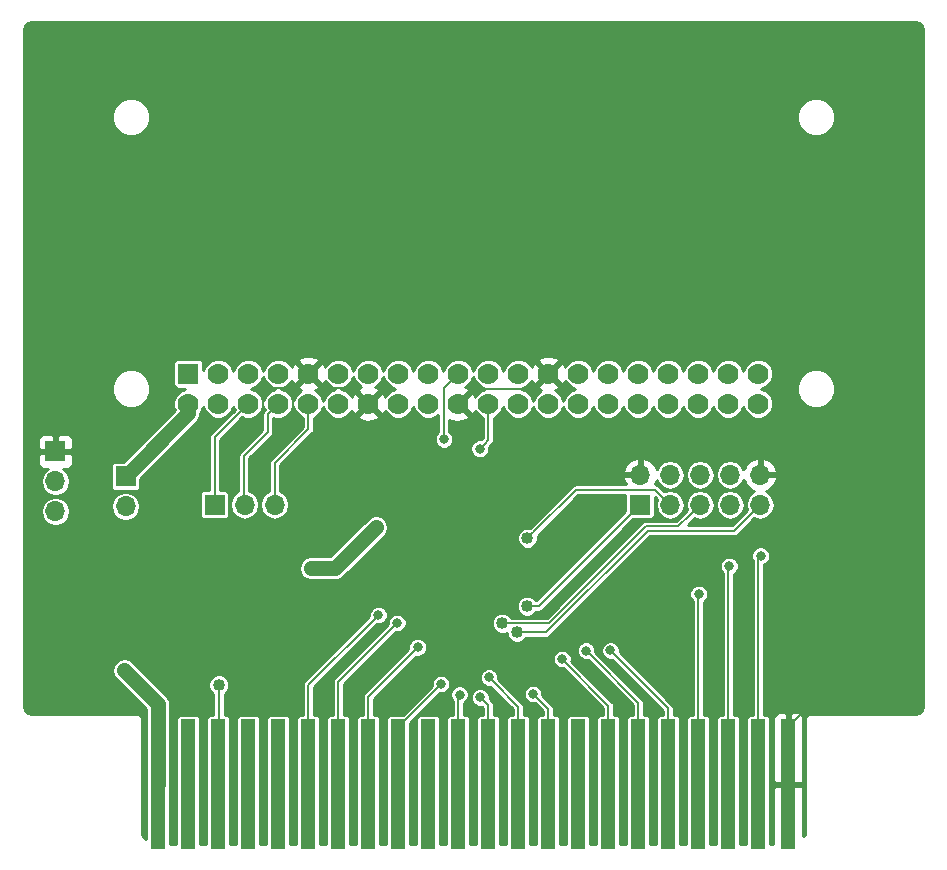
<source format=gbl>
G04 #@! TF.FileFunction,Copper,L2,Bot,Signal*
%FSLAX46Y46*%
G04 Gerber Fmt 4.6, Leading zero omitted, Abs format (unit mm)*
G04 Created by KiCad (PCBNEW 4.0.6) date Friday, April 21, 2017 'PMt' 03:46:42 PM*
%MOMM*%
%LPD*%
G01*
G04 APERTURE LIST*
%ADD10C,0.100000*%
%ADD11R,1.700000X1.700000*%
%ADD12O,1.700000X1.700000*%
%ADD13R,1.778000X1.778000*%
%ADD14C,1.778000*%
%ADD15R,1.270000X11.000000*%
%ADD16C,1.016000*%
%ADD17C,0.812800*%
%ADD18C,1.270000*%
%ADD19C,0.177800*%
%ADD20C,0.254000*%
G04 APERTURE END LIST*
D10*
D11*
X89110000Y-76330000D03*
D12*
X89110000Y-73790000D03*
X91650000Y-76330000D03*
X91650000Y-73790000D03*
X94190000Y-76330000D03*
X94190000Y-73790000D03*
X96730000Y-76330000D03*
X96730000Y-73790000D03*
X99270000Y-76330000D03*
X99270000Y-73790000D03*
D11*
X53090000Y-76330000D03*
D12*
X55630000Y-76330000D03*
X58170000Y-76330000D03*
D13*
X50870000Y-65230000D03*
D14*
X50870000Y-67770000D03*
X53410000Y-65230000D03*
X53410000Y-67770000D03*
X55950000Y-65230000D03*
X55950000Y-67770000D03*
X58490000Y-65230000D03*
X58490000Y-67770000D03*
X61030000Y-65230000D03*
X61030000Y-67770000D03*
X63570000Y-65230000D03*
X63570000Y-67770000D03*
X66110000Y-65230000D03*
X66110000Y-67770000D03*
X68650000Y-65230000D03*
X68650000Y-67770000D03*
X71190000Y-65230000D03*
X71190000Y-67770000D03*
X73730000Y-65230000D03*
X73730000Y-67770000D03*
X76270000Y-65230000D03*
X76270000Y-67770000D03*
X78810000Y-65230000D03*
X78810000Y-67770000D03*
X81350000Y-65230000D03*
X81350000Y-67770000D03*
X83890000Y-65230000D03*
X83890000Y-67770000D03*
X86430000Y-65230000D03*
X86430000Y-67770000D03*
X88970000Y-65230000D03*
X88970000Y-67770000D03*
X91510000Y-65230000D03*
X91510000Y-67770000D03*
X94050000Y-65230000D03*
X94050000Y-67770000D03*
X96590000Y-65230000D03*
X96590000Y-67770000D03*
X99130000Y-65230000D03*
X99130000Y-67770000D03*
D15*
X48330000Y-100000000D03*
X50870000Y-100000000D03*
X53410000Y-100000000D03*
X55950000Y-100000000D03*
X58490000Y-100000000D03*
X61030000Y-100000000D03*
X63570000Y-100000000D03*
X66110000Y-100000000D03*
X68650000Y-100000000D03*
X71190000Y-100000000D03*
X73730000Y-100000000D03*
X76270000Y-100000000D03*
X78810000Y-100000000D03*
X81350000Y-100000000D03*
X83890000Y-100000000D03*
X86430000Y-100000000D03*
X88970000Y-100000000D03*
X91510000Y-100000000D03*
X94050000Y-100000000D03*
X96590000Y-100000000D03*
X99130000Y-100000000D03*
X101670000Y-100000000D03*
D11*
X45550000Y-73920000D03*
D12*
X45550000Y-76460000D03*
D11*
X39610000Y-71800000D03*
D12*
X39610000Y-74340000D03*
X39610000Y-76880000D03*
D16*
X61240000Y-81720000D03*
X66760000Y-78240000D03*
X74722062Y-91043791D03*
X87830000Y-82790000D03*
X79830000Y-74880000D03*
X63130000Y-78860000D03*
X103630000Y-93140000D03*
X79540000Y-84930000D03*
X79580000Y-79150000D03*
X77440000Y-86360000D03*
X78700000Y-87140000D03*
D17*
X72260000Y-91500000D03*
X73830001Y-92400000D03*
X75590000Y-92640000D03*
X76310000Y-90950000D03*
X80060000Y-92340000D03*
X82520000Y-89380000D03*
X84550000Y-88680000D03*
X86600000Y-88670000D03*
X94080000Y-83880000D03*
X96670000Y-81520000D03*
X99320000Y-80649998D03*
X72500000Y-70790000D03*
X75540000Y-71580000D03*
D16*
X53460000Y-91580000D03*
D17*
X66960000Y-85650000D03*
X68550002Y-86340000D03*
X70280000Y-88400000D03*
D16*
X45460000Y-90360000D03*
D18*
X66760000Y-78240000D02*
X63280000Y-81720000D01*
X63280000Y-81720000D02*
X61240000Y-81720000D01*
D19*
X61030000Y-65230000D02*
X59740000Y-66520000D01*
X59740000Y-66520000D02*
X59740000Y-69050000D01*
X59740000Y-69050000D02*
X58790000Y-70000000D01*
X58790000Y-70000000D02*
X58790000Y-70020000D01*
X61030000Y-65230000D02*
X59780000Y-66480000D01*
X57200000Y-67349562D02*
X57200000Y-68630000D01*
X59780000Y-66480000D02*
X58069562Y-66480000D01*
X58069562Y-66480000D02*
X57200000Y-67349562D01*
X57200000Y-68630000D02*
X56130000Y-69700000D01*
X56130000Y-69700000D02*
X56130000Y-69840000D01*
X61030000Y-65230000D02*
X62270000Y-66470000D01*
X62270000Y-66470000D02*
X64810000Y-66470000D01*
X64810000Y-66470000D02*
X65221001Y-66881001D01*
X65221001Y-66881001D02*
X66110000Y-67770000D01*
X81350000Y-65230000D02*
X80070000Y-66510000D01*
X80070000Y-66510000D02*
X74990000Y-66510000D01*
X74990000Y-66510000D02*
X74618999Y-66881001D01*
X74618999Y-66881001D02*
X73730000Y-67770000D01*
X102640000Y-94130000D02*
X102640000Y-94165000D01*
X102640000Y-94165000D02*
X101670000Y-95135000D01*
X101670000Y-95135000D02*
X101670000Y-100000000D01*
X103630000Y-93140000D02*
X102640000Y-94130000D01*
X89110000Y-76330000D02*
X89100000Y-76330000D01*
X89100000Y-76330000D02*
X80530000Y-84900000D01*
X80530000Y-84900000D02*
X79570000Y-84900000D01*
X79570000Y-84900000D02*
X79540000Y-84930000D01*
X80087999Y-78642001D02*
X79580000Y-79150000D01*
X83660000Y-75070000D02*
X80087999Y-78642001D01*
X90390000Y-75070000D02*
X83660000Y-75070000D01*
X91650000Y-76330000D02*
X90390000Y-75070000D01*
X77440000Y-86360000D02*
X81410000Y-86360000D01*
X81410000Y-86360000D02*
X89605611Y-78164389D01*
X89605611Y-78164389D02*
X92355611Y-78164389D01*
X92355611Y-78164389D02*
X93340001Y-77179999D01*
X93340001Y-77179999D02*
X94190000Y-76330000D01*
X78700000Y-87140000D02*
X81160000Y-87140000D01*
X81160000Y-87140000D02*
X89780000Y-78520000D01*
X89780000Y-78520000D02*
X97080000Y-78520000D01*
X97080000Y-78520000D02*
X99270000Y-76330000D01*
X68650000Y-100000000D02*
X68650000Y-95135000D01*
X68650000Y-95135000D02*
X72260000Y-91525000D01*
X72260000Y-91525000D02*
X72260000Y-91500000D01*
X73730000Y-100000000D02*
X73730000Y-92500001D01*
X73730000Y-92500001D02*
X73830001Y-92400000D01*
X75996399Y-93046399D02*
X75590000Y-92640000D01*
X76270000Y-93320000D02*
X75996399Y-93046399D01*
X76270000Y-100000000D02*
X76270000Y-93320000D01*
X76716399Y-91356399D02*
X76310000Y-90950000D01*
X78810000Y-93450000D02*
X76716399Y-91356399D01*
X78810000Y-100000000D02*
X78810000Y-93450000D01*
X81350000Y-93630000D02*
X80466399Y-92746399D01*
X81350000Y-100000000D02*
X81350000Y-93630000D01*
X80466399Y-92746399D02*
X80060000Y-92340000D01*
X82520000Y-89420000D02*
X82520000Y-89380000D01*
X86430000Y-93330000D02*
X82520000Y-89420000D01*
X86430000Y-100000000D02*
X86430000Y-93330000D01*
X84956399Y-89086399D02*
X84550000Y-88680000D01*
X88970000Y-93100000D02*
X84956399Y-89086399D01*
X88970000Y-100000000D02*
X88970000Y-93100000D01*
X87006399Y-89076399D02*
X86600000Y-88670000D01*
X91510000Y-93580000D02*
X87006399Y-89076399D01*
X91510000Y-100000000D02*
X91510000Y-93580000D01*
X94050000Y-83910000D02*
X94080000Y-83880000D01*
X94050000Y-100000000D02*
X94050000Y-83910000D01*
X96590000Y-81600000D02*
X96670000Y-81520000D01*
X96590000Y-100000000D02*
X96590000Y-81600000D01*
X99130000Y-80839998D02*
X99320000Y-80649998D01*
X99130000Y-100000000D02*
X99130000Y-80839998D01*
X72500000Y-66460000D02*
X72500000Y-70215264D01*
X72500000Y-70215264D02*
X72500000Y-70790000D01*
X73730000Y-65230000D02*
X72500000Y-66460000D01*
X75946399Y-71173601D02*
X75540000Y-71580000D01*
X76270000Y-70850000D02*
X75946399Y-71173601D01*
X76270000Y-67770000D02*
X76270000Y-70850000D01*
X53460000Y-91580000D02*
X53460000Y-99950000D01*
X53460000Y-99950000D02*
X53410000Y-100000000D01*
X66553601Y-86056399D02*
X66960000Y-85650000D01*
X61030000Y-91580000D02*
X66553601Y-86056399D01*
X61030000Y-100000000D02*
X61030000Y-91580000D01*
X68143603Y-86746399D02*
X68550002Y-86340000D01*
X63570000Y-100000000D02*
X63570000Y-91320002D01*
X63570000Y-91320002D02*
X68143603Y-86746399D01*
X69873601Y-88806399D02*
X70280000Y-88400000D01*
X66110000Y-92570000D02*
X69873601Y-88806399D01*
X66110000Y-100000000D02*
X66110000Y-92570000D01*
X55950000Y-67770000D02*
X53090000Y-70630000D01*
X53090000Y-70630000D02*
X53090000Y-75302200D01*
X53090000Y-75302200D02*
X53090000Y-76330000D01*
X58490000Y-67770000D02*
X57601001Y-68658999D01*
X57601001Y-68658999D02*
X57601001Y-70158999D01*
X57601001Y-70158999D02*
X55570000Y-72190000D01*
X55570000Y-72190000D02*
X55570000Y-76270000D01*
X55570000Y-76270000D02*
X55630000Y-76330000D01*
X61030000Y-67770000D02*
X61030000Y-69950000D01*
X61030000Y-69950000D02*
X58170000Y-72810000D01*
X58170000Y-72810000D02*
X58170000Y-76330000D01*
D18*
X50870000Y-67770000D02*
X50870000Y-68600000D01*
X50870000Y-68600000D02*
X45550000Y-73920000D01*
X48330000Y-100000000D02*
X48330000Y-93230000D01*
X48330000Y-93230000D02*
X45460000Y-90360000D01*
D19*
X48330000Y-95180000D02*
X48330000Y-100000000D01*
D20*
G36*
X112704761Y-35505663D02*
X112878349Y-35621651D01*
X112994337Y-35795239D01*
X113044000Y-36044911D01*
X113044000Y-93455089D01*
X112994337Y-93704761D01*
X112878349Y-93878349D01*
X112704761Y-93994337D01*
X112455089Y-94044000D01*
X103500000Y-94044000D01*
X103325496Y-94078711D01*
X103177559Y-94177559D01*
X103078711Y-94325496D01*
X103044000Y-94500000D01*
X103044000Y-104311119D01*
X102940000Y-104415119D01*
X102940000Y-100285750D01*
X102781250Y-100127000D01*
X101797000Y-100127000D01*
X101797000Y-100147000D01*
X101543000Y-100147000D01*
X101543000Y-100127000D01*
X100558750Y-100127000D01*
X100400000Y-100285750D01*
X100400000Y-105044000D01*
X100153464Y-105044000D01*
X100153464Y-94500000D01*
X100129697Y-94373690D01*
X100400000Y-94373690D01*
X100400000Y-99714250D01*
X100558750Y-99873000D01*
X101543000Y-99873000D01*
X101543000Y-94023750D01*
X101797000Y-94023750D01*
X101797000Y-99873000D01*
X102781250Y-99873000D01*
X102940000Y-99714250D01*
X102940000Y-94373690D01*
X102843327Y-94140301D01*
X102664698Y-93961673D01*
X102431309Y-93865000D01*
X101955750Y-93865000D01*
X101797000Y-94023750D01*
X101543000Y-94023750D01*
X101384250Y-93865000D01*
X100908691Y-93865000D01*
X100675302Y-93961673D01*
X100496673Y-94140301D01*
X100400000Y-94373690D01*
X100129697Y-94373690D01*
X100126897Y-94358810D01*
X100043454Y-94229135D01*
X99916134Y-94142141D01*
X99765000Y-94111536D01*
X99599900Y-94111536D01*
X99599900Y-81386313D01*
X99765444Y-81317912D01*
X99987136Y-81096607D01*
X100107263Y-80807309D01*
X100107536Y-80494062D01*
X99987914Y-80204554D01*
X99766609Y-79982862D01*
X99477311Y-79862735D01*
X99164064Y-79862462D01*
X98874556Y-79982084D01*
X98652864Y-80203389D01*
X98532737Y-80492687D01*
X98532464Y-80805934D01*
X98652086Y-81095442D01*
X98660100Y-81103470D01*
X98660100Y-94111536D01*
X98495000Y-94111536D01*
X98353810Y-94138103D01*
X98224135Y-94221546D01*
X98137141Y-94348866D01*
X98106536Y-94500000D01*
X98106536Y-105044000D01*
X97613464Y-105044000D01*
X97613464Y-94500000D01*
X97586897Y-94358810D01*
X97503454Y-94229135D01*
X97376134Y-94142141D01*
X97225000Y-94111536D01*
X97059900Y-94111536D01*
X97059900Y-82210864D01*
X97115444Y-82187914D01*
X97337136Y-81966609D01*
X97457263Y-81677311D01*
X97457536Y-81364064D01*
X97337914Y-81074556D01*
X97116609Y-80852864D01*
X96827311Y-80732737D01*
X96514064Y-80732464D01*
X96224556Y-80852086D01*
X96002864Y-81073391D01*
X95882737Y-81362689D01*
X95882464Y-81675936D01*
X96002086Y-81965444D01*
X96120100Y-82083664D01*
X96120100Y-94111536D01*
X95955000Y-94111536D01*
X95813810Y-94138103D01*
X95684135Y-94221546D01*
X95597141Y-94348866D01*
X95566536Y-94500000D01*
X95566536Y-105044000D01*
X95073464Y-105044000D01*
X95073464Y-94500000D01*
X95046897Y-94358810D01*
X94963454Y-94229135D01*
X94836134Y-94142141D01*
X94685000Y-94111536D01*
X94519900Y-94111536D01*
X94519900Y-84550205D01*
X94525444Y-84547914D01*
X94747136Y-84326609D01*
X94867263Y-84037311D01*
X94867536Y-83724064D01*
X94747914Y-83434556D01*
X94526609Y-83212864D01*
X94237311Y-83092737D01*
X93924064Y-83092464D01*
X93634556Y-83212086D01*
X93412864Y-83433391D01*
X93292737Y-83722689D01*
X93292464Y-84035936D01*
X93412086Y-84325444D01*
X93580100Y-84493752D01*
X93580100Y-94111536D01*
X93415000Y-94111536D01*
X93273810Y-94138103D01*
X93144135Y-94221546D01*
X93057141Y-94348866D01*
X93026536Y-94500000D01*
X93026536Y-105044000D01*
X92533464Y-105044000D01*
X92533464Y-94500000D01*
X92506897Y-94358810D01*
X92423454Y-94229135D01*
X92296134Y-94142141D01*
X92145000Y-94111536D01*
X91979900Y-94111536D01*
X91979900Y-93580000D01*
X91944131Y-93400177D01*
X91897240Y-93330000D01*
X91842270Y-93247731D01*
X87387293Y-88792755D01*
X87387536Y-88514064D01*
X87267914Y-88224556D01*
X87046609Y-88002864D01*
X86757311Y-87882737D01*
X86444064Y-87882464D01*
X86154556Y-88002086D01*
X85932864Y-88223391D01*
X85812737Y-88512689D01*
X85812464Y-88825936D01*
X85932086Y-89115444D01*
X86153391Y-89337136D01*
X86442689Y-89457263D01*
X86722969Y-89457507D01*
X91040100Y-93774639D01*
X91040100Y-94111536D01*
X90875000Y-94111536D01*
X90733810Y-94138103D01*
X90604135Y-94221546D01*
X90517141Y-94348866D01*
X90486536Y-94500000D01*
X90486536Y-105044000D01*
X89993464Y-105044000D01*
X89993464Y-94500000D01*
X89966897Y-94358810D01*
X89883454Y-94229135D01*
X89756134Y-94142141D01*
X89605000Y-94111536D01*
X89439900Y-94111536D01*
X89439900Y-93100000D01*
X89404131Y-92920177D01*
X89302269Y-92767731D01*
X85337293Y-88802755D01*
X85337536Y-88524064D01*
X85217914Y-88234556D01*
X84996609Y-88012864D01*
X84707311Y-87892737D01*
X84394064Y-87892464D01*
X84104556Y-88012086D01*
X83882864Y-88233391D01*
X83762737Y-88522689D01*
X83762464Y-88835936D01*
X83882086Y-89125444D01*
X84103391Y-89347136D01*
X84392689Y-89467263D01*
X84672969Y-89467507D01*
X88500100Y-93294638D01*
X88500100Y-94111536D01*
X88335000Y-94111536D01*
X88193810Y-94138103D01*
X88064135Y-94221546D01*
X87977141Y-94348866D01*
X87946536Y-94500000D01*
X87946536Y-105044000D01*
X87453464Y-105044000D01*
X87453464Y-94500000D01*
X87426897Y-94358810D01*
X87343454Y-94229135D01*
X87216134Y-94142141D01*
X87065000Y-94111536D01*
X86899900Y-94111536D01*
X86899900Y-93330000D01*
X86864131Y-93150177D01*
X86762269Y-92997731D01*
X83305675Y-89541137D01*
X83307263Y-89537311D01*
X83307536Y-89224064D01*
X83187914Y-88934556D01*
X82966609Y-88712864D01*
X82677311Y-88592737D01*
X82364064Y-88592464D01*
X82074556Y-88712086D01*
X81852864Y-88933391D01*
X81732737Y-89222689D01*
X81732464Y-89535936D01*
X81852086Y-89825444D01*
X82073391Y-90047136D01*
X82362689Y-90167263D01*
X82602934Y-90167472D01*
X85960100Y-93524638D01*
X85960100Y-94111536D01*
X85795000Y-94111536D01*
X85653810Y-94138103D01*
X85524135Y-94221546D01*
X85437141Y-94348866D01*
X85406536Y-94500000D01*
X85406536Y-105044000D01*
X84913464Y-105044000D01*
X84913464Y-94500000D01*
X84886897Y-94358810D01*
X84803454Y-94229135D01*
X84676134Y-94142141D01*
X84525000Y-94111536D01*
X83255000Y-94111536D01*
X83113810Y-94138103D01*
X82984135Y-94221546D01*
X82897141Y-94348866D01*
X82866536Y-94500000D01*
X82866536Y-105044000D01*
X82373464Y-105044000D01*
X82373464Y-94500000D01*
X82346897Y-94358810D01*
X82263454Y-94229135D01*
X82136134Y-94142141D01*
X81985000Y-94111536D01*
X81819900Y-94111536D01*
X81819900Y-93630000D01*
X81784131Y-93450177D01*
X81703831Y-93330000D01*
X81682270Y-93297731D01*
X80847293Y-92462755D01*
X80847536Y-92184064D01*
X80727914Y-91894556D01*
X80506609Y-91672864D01*
X80217311Y-91552737D01*
X79904064Y-91552464D01*
X79614556Y-91672086D01*
X79392864Y-91893391D01*
X79272737Y-92182689D01*
X79272464Y-92495936D01*
X79392086Y-92785444D01*
X79613391Y-93007136D01*
X79902689Y-93127263D01*
X80182969Y-93127507D01*
X80880100Y-93824639D01*
X80880100Y-94111536D01*
X80715000Y-94111536D01*
X80573810Y-94138103D01*
X80444135Y-94221546D01*
X80357141Y-94348866D01*
X80326536Y-94500000D01*
X80326536Y-105044000D01*
X79833464Y-105044000D01*
X79833464Y-94500000D01*
X79806897Y-94358810D01*
X79723454Y-94229135D01*
X79596134Y-94142141D01*
X79445000Y-94111536D01*
X79279900Y-94111536D01*
X79279900Y-93450000D01*
X79244131Y-93270177D01*
X79228417Y-93246659D01*
X79142270Y-93117731D01*
X77097293Y-91072755D01*
X77097536Y-90794064D01*
X76977914Y-90504556D01*
X76756609Y-90282864D01*
X76467311Y-90162737D01*
X76154064Y-90162464D01*
X75864556Y-90282086D01*
X75642864Y-90503391D01*
X75522737Y-90792689D01*
X75522464Y-91105936D01*
X75642086Y-91395444D01*
X75863391Y-91617136D01*
X76152689Y-91737263D01*
X76432969Y-91737507D01*
X78340100Y-93644639D01*
X78340100Y-94111536D01*
X78175000Y-94111536D01*
X78033810Y-94138103D01*
X77904135Y-94221546D01*
X77817141Y-94348866D01*
X77786536Y-94500000D01*
X77786536Y-105044000D01*
X77293464Y-105044000D01*
X77293464Y-94500000D01*
X77266897Y-94358810D01*
X77183454Y-94229135D01*
X77056134Y-94142141D01*
X76905000Y-94111536D01*
X76739900Y-94111536D01*
X76739900Y-93320000D01*
X76704131Y-93140177D01*
X76602269Y-92987730D01*
X76377293Y-92762755D01*
X76377536Y-92484064D01*
X76257914Y-92194556D01*
X76036609Y-91972864D01*
X75747311Y-91852737D01*
X75434064Y-91852464D01*
X75144556Y-91972086D01*
X74922864Y-92193391D01*
X74802737Y-92482689D01*
X74802464Y-92795936D01*
X74922086Y-93085444D01*
X75143391Y-93307136D01*
X75432689Y-93427263D01*
X75712969Y-93427507D01*
X75800100Y-93514638D01*
X75800100Y-94111536D01*
X75635000Y-94111536D01*
X75493810Y-94138103D01*
X75364135Y-94221546D01*
X75277141Y-94348866D01*
X75246536Y-94500000D01*
X75246536Y-105044000D01*
X74753464Y-105044000D01*
X74753464Y-94500000D01*
X74726897Y-94358810D01*
X74643454Y-94229135D01*
X74516134Y-94142141D01*
X74365000Y-94111536D01*
X74199900Y-94111536D01*
X74199900Y-93099128D01*
X74275445Y-93067914D01*
X74497137Y-92846609D01*
X74617264Y-92557311D01*
X74617537Y-92244064D01*
X74497915Y-91954556D01*
X74276610Y-91732864D01*
X73987312Y-91612737D01*
X73674065Y-91612464D01*
X73384557Y-91732086D01*
X73162865Y-91953391D01*
X73042738Y-92242689D01*
X73042465Y-92555936D01*
X73162087Y-92845444D01*
X73260100Y-92943628D01*
X73260100Y-94111536D01*
X73095000Y-94111536D01*
X72953810Y-94138103D01*
X72824135Y-94221546D01*
X72737141Y-94348866D01*
X72706536Y-94500000D01*
X72706536Y-105044000D01*
X72213464Y-105044000D01*
X72213464Y-94500000D01*
X72186897Y-94358810D01*
X72103454Y-94229135D01*
X71976134Y-94142141D01*
X71825000Y-94111536D01*
X70555000Y-94111536D01*
X70413810Y-94138103D01*
X70284135Y-94221546D01*
X70197141Y-94348866D01*
X70166536Y-94500000D01*
X70166536Y-105044000D01*
X69673464Y-105044000D01*
X69673464Y-94776074D01*
X72162224Y-92287315D01*
X72415936Y-92287536D01*
X72705444Y-92167914D01*
X72927136Y-91946609D01*
X73047263Y-91657311D01*
X73047536Y-91344064D01*
X72927914Y-91054556D01*
X72706609Y-90832864D01*
X72417311Y-90712737D01*
X72104064Y-90712464D01*
X71814556Y-90832086D01*
X71592864Y-91053391D01*
X71472737Y-91342689D01*
X71472471Y-91647990D01*
X69008926Y-94111536D01*
X68015000Y-94111536D01*
X67873810Y-94138103D01*
X67744135Y-94221546D01*
X67657141Y-94348866D01*
X67626536Y-94500000D01*
X67626536Y-105044000D01*
X67133464Y-105044000D01*
X67133464Y-94500000D01*
X67106897Y-94358810D01*
X67023454Y-94229135D01*
X66896134Y-94142141D01*
X66745000Y-94111536D01*
X66579900Y-94111536D01*
X66579900Y-92764638D01*
X70157246Y-89187293D01*
X70435936Y-89187536D01*
X70725444Y-89067914D01*
X70947136Y-88846609D01*
X71067263Y-88557311D01*
X71067536Y-88244064D01*
X70947914Y-87954556D01*
X70726609Y-87732864D01*
X70437311Y-87612737D01*
X70124064Y-87612464D01*
X69834556Y-87732086D01*
X69612864Y-87953391D01*
X69492737Y-88242689D01*
X69492493Y-88522968D01*
X65777731Y-92237731D01*
X65675869Y-92390177D01*
X65640100Y-92570000D01*
X65640100Y-94111536D01*
X65475000Y-94111536D01*
X65333810Y-94138103D01*
X65204135Y-94221546D01*
X65117141Y-94348866D01*
X65086536Y-94500000D01*
X65086536Y-105044000D01*
X64593464Y-105044000D01*
X64593464Y-94500000D01*
X64566897Y-94358810D01*
X64483454Y-94229135D01*
X64356134Y-94142141D01*
X64205000Y-94111536D01*
X64039900Y-94111536D01*
X64039900Y-91514640D01*
X68427248Y-87127293D01*
X68705938Y-87127536D01*
X68995446Y-87007914D01*
X69217138Y-86786609D01*
X69321176Y-86536057D01*
X76550846Y-86536057D01*
X76685903Y-86862920D01*
X76935764Y-87113218D01*
X77262391Y-87248846D01*
X77616057Y-87249154D01*
X77810974Y-87168616D01*
X77810846Y-87316057D01*
X77945903Y-87642920D01*
X78195764Y-87893218D01*
X78522391Y-88028846D01*
X78876057Y-88029154D01*
X79202920Y-87894097D01*
X79453218Y-87644236D01*
X79467476Y-87609900D01*
X81160000Y-87609900D01*
X81339823Y-87574131D01*
X81492269Y-87472269D01*
X89974639Y-78989900D01*
X97080000Y-78989900D01*
X97259823Y-78954131D01*
X97412269Y-78852269D01*
X98783456Y-77481082D01*
X98798917Y-77491413D01*
X99270000Y-77585117D01*
X99741083Y-77491413D01*
X100140448Y-77224565D01*
X100407296Y-76825200D01*
X100501000Y-76354117D01*
X100501000Y-76305883D01*
X100407296Y-75834800D01*
X100140448Y-75435435D01*
X99755488Y-75178212D01*
X100036924Y-75061645D01*
X100465183Y-74671358D01*
X100711486Y-74146892D01*
X100590819Y-73917000D01*
X99397000Y-73917000D01*
X99397000Y-73937000D01*
X99143000Y-73937000D01*
X99143000Y-73917000D01*
X99123000Y-73917000D01*
X99123000Y-73663000D01*
X99143000Y-73663000D01*
X99143000Y-72469845D01*
X99397000Y-72469845D01*
X99397000Y-73663000D01*
X100590819Y-73663000D01*
X100711486Y-73433108D01*
X100465183Y-72908642D01*
X100036924Y-72518355D01*
X99626890Y-72348524D01*
X99397000Y-72469845D01*
X99143000Y-72469845D01*
X98913110Y-72348524D01*
X98503076Y-72518355D01*
X98074817Y-72908642D01*
X97875083Y-73333947D01*
X97867296Y-73294800D01*
X97600448Y-72895435D01*
X97201083Y-72628587D01*
X96730000Y-72534883D01*
X96258917Y-72628587D01*
X95859552Y-72895435D01*
X95592704Y-73294800D01*
X95499000Y-73765883D01*
X95499000Y-73814117D01*
X95592704Y-74285200D01*
X95859552Y-74684565D01*
X96258917Y-74951413D01*
X96730000Y-75045117D01*
X97201083Y-74951413D01*
X97600448Y-74684565D01*
X97867296Y-74285200D01*
X97875083Y-74246053D01*
X98074817Y-74671358D01*
X98503076Y-75061645D01*
X98784512Y-75178212D01*
X98399552Y-75435435D01*
X98132704Y-75834800D01*
X98039000Y-76305883D01*
X98039000Y-76354117D01*
X98128981Y-76806481D01*
X96885362Y-78050100D01*
X93134438Y-78050100D01*
X93672271Y-77512268D01*
X93672273Y-77512265D01*
X93703456Y-77481082D01*
X93718917Y-77491413D01*
X94190000Y-77585117D01*
X94661083Y-77491413D01*
X95060448Y-77224565D01*
X95327296Y-76825200D01*
X95421000Y-76354117D01*
X95421000Y-76305883D01*
X95499000Y-76305883D01*
X95499000Y-76354117D01*
X95592704Y-76825200D01*
X95859552Y-77224565D01*
X96258917Y-77491413D01*
X96730000Y-77585117D01*
X97201083Y-77491413D01*
X97600448Y-77224565D01*
X97867296Y-76825200D01*
X97961000Y-76354117D01*
X97961000Y-76305883D01*
X97867296Y-75834800D01*
X97600448Y-75435435D01*
X97201083Y-75168587D01*
X96730000Y-75074883D01*
X96258917Y-75168587D01*
X95859552Y-75435435D01*
X95592704Y-75834800D01*
X95499000Y-76305883D01*
X95421000Y-76305883D01*
X95327296Y-75834800D01*
X95060448Y-75435435D01*
X94661083Y-75168587D01*
X94190000Y-75074883D01*
X93718917Y-75168587D01*
X93319552Y-75435435D01*
X93052704Y-75834800D01*
X92959000Y-76305883D01*
X92959000Y-76354117D01*
X93048981Y-76806481D01*
X93007735Y-76847727D01*
X93007732Y-76847729D01*
X92160973Y-77694489D01*
X89605611Y-77694489D01*
X89425788Y-77730258D01*
X89273341Y-77832120D01*
X81215362Y-85890100D01*
X78207741Y-85890100D01*
X78194097Y-85857080D01*
X77944236Y-85606782D01*
X77617609Y-85471154D01*
X77263943Y-85470846D01*
X76937080Y-85605903D01*
X76686782Y-85855764D01*
X76551154Y-86182391D01*
X76550846Y-86536057D01*
X69321176Y-86536057D01*
X69337265Y-86497311D01*
X69337538Y-86184064D01*
X69217916Y-85894556D01*
X68996611Y-85672864D01*
X68707313Y-85552737D01*
X68394066Y-85552464D01*
X68104558Y-85672086D01*
X67882866Y-85893391D01*
X67762739Y-86182689D01*
X67762495Y-86462968D01*
X63237731Y-90987733D01*
X63135869Y-91140179D01*
X63100100Y-91320002D01*
X63100100Y-94111536D01*
X62935000Y-94111536D01*
X62793810Y-94138103D01*
X62664135Y-94221546D01*
X62577141Y-94348866D01*
X62546536Y-94500000D01*
X62546536Y-105044000D01*
X62053464Y-105044000D01*
X62053464Y-94500000D01*
X62026897Y-94358810D01*
X61943454Y-94229135D01*
X61816134Y-94142141D01*
X61665000Y-94111536D01*
X61499900Y-94111536D01*
X61499900Y-91774638D01*
X66837246Y-86437293D01*
X67115936Y-86437536D01*
X67405444Y-86317914D01*
X67627136Y-86096609D01*
X67747263Y-85807311D01*
X67747536Y-85494064D01*
X67627914Y-85204556D01*
X67529587Y-85106057D01*
X78650846Y-85106057D01*
X78785903Y-85432920D01*
X79035764Y-85683218D01*
X79362391Y-85818846D01*
X79716057Y-85819154D01*
X80042920Y-85684097D01*
X80293218Y-85434236D01*
X80319933Y-85369900D01*
X80530000Y-85369900D01*
X80709823Y-85334131D01*
X80862269Y-85232269D01*
X88526075Y-77568464D01*
X89960000Y-77568464D01*
X90101190Y-77541897D01*
X90230865Y-77458454D01*
X90317859Y-77331134D01*
X90348464Y-77180000D01*
X90348464Y-75693002D01*
X90508981Y-75853519D01*
X90419000Y-76305883D01*
X90419000Y-76354117D01*
X90512704Y-76825200D01*
X90779552Y-77224565D01*
X91178917Y-77491413D01*
X91650000Y-77585117D01*
X92121083Y-77491413D01*
X92520448Y-77224565D01*
X92787296Y-76825200D01*
X92881000Y-76354117D01*
X92881000Y-76305883D01*
X92787296Y-75834800D01*
X92520448Y-75435435D01*
X92121083Y-75168587D01*
X91650000Y-75074883D01*
X91178917Y-75168587D01*
X91163456Y-75178918D01*
X90722269Y-74737731D01*
X90569823Y-74635869D01*
X90390000Y-74600100D01*
X90338648Y-74600100D01*
X90504917Y-74246053D01*
X90512704Y-74285200D01*
X90779552Y-74684565D01*
X91178917Y-74951413D01*
X91650000Y-75045117D01*
X92121083Y-74951413D01*
X92520448Y-74684565D01*
X92787296Y-74285200D01*
X92881000Y-73814117D01*
X92881000Y-73765883D01*
X92959000Y-73765883D01*
X92959000Y-73814117D01*
X93052704Y-74285200D01*
X93319552Y-74684565D01*
X93718917Y-74951413D01*
X94190000Y-75045117D01*
X94661083Y-74951413D01*
X95060448Y-74684565D01*
X95327296Y-74285200D01*
X95421000Y-73814117D01*
X95421000Y-73765883D01*
X95327296Y-73294800D01*
X95060448Y-72895435D01*
X94661083Y-72628587D01*
X94190000Y-72534883D01*
X93718917Y-72628587D01*
X93319552Y-72895435D01*
X93052704Y-73294800D01*
X92959000Y-73765883D01*
X92881000Y-73765883D01*
X92787296Y-73294800D01*
X92520448Y-72895435D01*
X92121083Y-72628587D01*
X91650000Y-72534883D01*
X91178917Y-72628587D01*
X90779552Y-72895435D01*
X90512704Y-73294800D01*
X90504917Y-73333947D01*
X90305183Y-72908642D01*
X89876924Y-72518355D01*
X89466890Y-72348524D01*
X89237000Y-72469845D01*
X89237000Y-73663000D01*
X89257000Y-73663000D01*
X89257000Y-73917000D01*
X89237000Y-73917000D01*
X89237000Y-73937000D01*
X88983000Y-73937000D01*
X88983000Y-73917000D01*
X87789181Y-73917000D01*
X87668514Y-74146892D01*
X87881352Y-74600100D01*
X83660000Y-74600100D01*
X83480177Y-74635869D01*
X83327730Y-74737731D01*
X79790606Y-78274856D01*
X79757609Y-78261154D01*
X79403943Y-78260846D01*
X79077080Y-78395903D01*
X78826782Y-78645764D01*
X78691154Y-78972391D01*
X78690846Y-79326057D01*
X78825903Y-79652920D01*
X79075764Y-79903218D01*
X79402391Y-80038846D01*
X79756057Y-80039154D01*
X80082920Y-79904097D01*
X80333218Y-79654236D01*
X80468846Y-79327609D01*
X80469154Y-78973943D01*
X80454956Y-78939582D01*
X83854639Y-75539900D01*
X87871536Y-75539900D01*
X87871536Y-76893925D01*
X80335362Y-84430100D01*
X80295345Y-84430100D01*
X80294097Y-84427080D01*
X80044236Y-84176782D01*
X79717609Y-84041154D01*
X79363943Y-84040846D01*
X79037080Y-84175903D01*
X78786782Y-84425764D01*
X78651154Y-84752391D01*
X78650846Y-85106057D01*
X67529587Y-85106057D01*
X67406609Y-84982864D01*
X67117311Y-84862737D01*
X66804064Y-84862464D01*
X66514556Y-84982086D01*
X66292864Y-85203391D01*
X66172737Y-85492689D01*
X66172493Y-85772968D01*
X60697731Y-91247731D01*
X60595869Y-91400177D01*
X60560100Y-91580000D01*
X60560100Y-94111536D01*
X60395000Y-94111536D01*
X60253810Y-94138103D01*
X60124135Y-94221546D01*
X60037141Y-94348866D01*
X60006536Y-94500000D01*
X60006536Y-105044000D01*
X59513464Y-105044000D01*
X59513464Y-94500000D01*
X59486897Y-94358810D01*
X59403454Y-94229135D01*
X59276134Y-94142141D01*
X59125000Y-94111536D01*
X57855000Y-94111536D01*
X57713810Y-94138103D01*
X57584135Y-94221546D01*
X57497141Y-94348866D01*
X57466536Y-94500000D01*
X57466536Y-105044000D01*
X56973464Y-105044000D01*
X56973464Y-94500000D01*
X56946897Y-94358810D01*
X56863454Y-94229135D01*
X56736134Y-94142141D01*
X56585000Y-94111536D01*
X55315000Y-94111536D01*
X55173810Y-94138103D01*
X55044135Y-94221546D01*
X54957141Y-94348866D01*
X54926536Y-94500000D01*
X54926536Y-105044000D01*
X54433464Y-105044000D01*
X54433464Y-94500000D01*
X54406897Y-94358810D01*
X54323454Y-94229135D01*
X54196134Y-94142141D01*
X54045000Y-94111536D01*
X53929900Y-94111536D01*
X53929900Y-92347741D01*
X53962920Y-92334097D01*
X54213218Y-92084236D01*
X54348846Y-91757609D01*
X54349154Y-91403943D01*
X54214097Y-91077080D01*
X53964236Y-90826782D01*
X53637609Y-90691154D01*
X53283943Y-90690846D01*
X52957080Y-90825903D01*
X52706782Y-91075764D01*
X52571154Y-91402391D01*
X52570846Y-91756057D01*
X52705903Y-92082920D01*
X52955764Y-92333218D01*
X52990100Y-92347476D01*
X52990100Y-94111536D01*
X52775000Y-94111536D01*
X52633810Y-94138103D01*
X52504135Y-94221546D01*
X52417141Y-94348866D01*
X52386536Y-94500000D01*
X52386536Y-105044000D01*
X51893464Y-105044000D01*
X51893464Y-94500000D01*
X51866897Y-94358810D01*
X51783454Y-94229135D01*
X51656134Y-94142141D01*
X51505000Y-94111536D01*
X50235000Y-94111536D01*
X50093810Y-94138103D01*
X49964135Y-94221546D01*
X49877141Y-94348866D01*
X49846536Y-94500000D01*
X49846536Y-105044000D01*
X49353464Y-105044000D01*
X49353464Y-94500000D01*
X49346000Y-94460333D01*
X49346000Y-93230000D01*
X49280811Y-92902269D01*
X49268662Y-92841193D01*
X49048421Y-92511580D01*
X46178420Y-89641580D01*
X45848807Y-89421338D01*
X45460000Y-89344001D01*
X45071193Y-89421338D01*
X44741580Y-89641580D01*
X44521338Y-89971193D01*
X44444001Y-90360000D01*
X44521338Y-90748807D01*
X44741580Y-91078420D01*
X47314000Y-93650841D01*
X47314000Y-94463141D01*
X47306536Y-94500000D01*
X47306536Y-104661654D01*
X46956000Y-104311118D01*
X46956000Y-94500000D01*
X46921289Y-94325496D01*
X46822441Y-94177559D01*
X46674504Y-94078711D01*
X46500000Y-94044000D01*
X37544911Y-94044000D01*
X37295239Y-93994337D01*
X37121651Y-93878349D01*
X37005663Y-93704761D01*
X36956000Y-93455089D01*
X36956000Y-81720000D01*
X60224000Y-81720000D01*
X60301338Y-82108806D01*
X60521580Y-82438420D01*
X60851194Y-82658662D01*
X61240000Y-82736000D01*
X63280000Y-82736000D01*
X63604300Y-82671493D01*
X63668807Y-82658662D01*
X63998420Y-82438420D01*
X67478420Y-78958421D01*
X67698661Y-78628807D01*
X67775999Y-78240000D01*
X67698661Y-77851193D01*
X67478420Y-77521580D01*
X67148807Y-77301339D01*
X66760000Y-77224001D01*
X66371193Y-77301339D01*
X66041579Y-77521580D01*
X62859160Y-80704000D01*
X61240000Y-80704000D01*
X60851194Y-80781338D01*
X60521580Y-81001580D01*
X60301338Y-81331194D01*
X60224000Y-81720000D01*
X36956000Y-81720000D01*
X36956000Y-76880000D01*
X38354883Y-76880000D01*
X38448587Y-77351083D01*
X38715435Y-77750448D01*
X39114800Y-78017296D01*
X39585883Y-78111000D01*
X39634117Y-78111000D01*
X40105200Y-78017296D01*
X40504565Y-77750448D01*
X40771413Y-77351083D01*
X40865117Y-76880000D01*
X40781575Y-76460000D01*
X44294883Y-76460000D01*
X44388587Y-76931083D01*
X44655435Y-77330448D01*
X45054800Y-77597296D01*
X45525883Y-77691000D01*
X45574117Y-77691000D01*
X46045200Y-77597296D01*
X46444565Y-77330448D01*
X46711413Y-76931083D01*
X46805117Y-76460000D01*
X46711413Y-75988917D01*
X46444565Y-75589552D01*
X46045200Y-75322704D01*
X45574117Y-75229000D01*
X45525883Y-75229000D01*
X45054800Y-75322704D01*
X44655435Y-75589552D01*
X44388587Y-75988917D01*
X44294883Y-76460000D01*
X40781575Y-76460000D01*
X40771413Y-76408917D01*
X40504565Y-76009552D01*
X40105200Y-75742704D01*
X39634117Y-75649000D01*
X39585883Y-75649000D01*
X39114800Y-75742704D01*
X38715435Y-76009552D01*
X38448587Y-76408917D01*
X38354883Y-76880000D01*
X36956000Y-76880000D01*
X36956000Y-72085750D01*
X38125000Y-72085750D01*
X38125000Y-72776310D01*
X38221673Y-73009699D01*
X38400302Y-73188327D01*
X38633691Y-73285000D01*
X38991636Y-73285000D01*
X38715435Y-73469552D01*
X38448587Y-73868917D01*
X38354883Y-74340000D01*
X38448587Y-74811083D01*
X38715435Y-75210448D01*
X39114800Y-75477296D01*
X39585883Y-75571000D01*
X39634117Y-75571000D01*
X40105200Y-75477296D01*
X40504565Y-75210448D01*
X40771413Y-74811083D01*
X40865117Y-74340000D01*
X40771413Y-73868917D01*
X40504565Y-73469552D01*
X40228364Y-73285000D01*
X40586309Y-73285000D01*
X40819698Y-73188327D01*
X40938025Y-73070000D01*
X44311536Y-73070000D01*
X44311536Y-74770000D01*
X44338103Y-74911190D01*
X44421546Y-75040865D01*
X44548866Y-75127859D01*
X44700000Y-75158464D01*
X46400000Y-75158464D01*
X46541190Y-75131897D01*
X46670865Y-75048454D01*
X46757859Y-74921134D01*
X46788464Y-74770000D01*
X46788464Y-74118376D01*
X51588420Y-69318421D01*
X51808662Y-68988807D01*
X51836813Y-68847282D01*
X51886000Y-68600000D01*
X51886000Y-68550258D01*
X51946026Y-68490337D01*
X52139779Y-68023727D01*
X52139781Y-68021512D01*
X52332718Y-68488458D01*
X52689663Y-68846026D01*
X53156273Y-69039779D01*
X53661510Y-69040220D01*
X54128458Y-68847282D01*
X54486026Y-68490337D01*
X54679779Y-68023727D01*
X54679781Y-68021512D01*
X54783333Y-68272128D01*
X52757731Y-70297731D01*
X52655869Y-70450177D01*
X52620100Y-70630000D01*
X52620100Y-75091536D01*
X52240000Y-75091536D01*
X52098810Y-75118103D01*
X51969135Y-75201546D01*
X51882141Y-75328866D01*
X51851536Y-75480000D01*
X51851536Y-77180000D01*
X51878103Y-77321190D01*
X51961546Y-77450865D01*
X52088866Y-77537859D01*
X52240000Y-77568464D01*
X53940000Y-77568464D01*
X54081190Y-77541897D01*
X54210865Y-77458454D01*
X54297859Y-77331134D01*
X54328464Y-77180000D01*
X54328464Y-75480000D01*
X54301897Y-75338810D01*
X54218454Y-75209135D01*
X54091134Y-75122141D01*
X53940000Y-75091536D01*
X53559900Y-75091536D01*
X53559900Y-70824638D01*
X55447895Y-68936644D01*
X55696273Y-69039779D01*
X56201510Y-69040220D01*
X56668458Y-68847282D01*
X57026026Y-68490337D01*
X57219779Y-68023727D01*
X57219781Y-68021512D01*
X57323333Y-68272129D01*
X57268732Y-68326730D01*
X57166870Y-68479176D01*
X57131101Y-68658999D01*
X57131101Y-69964360D01*
X55237731Y-71857731D01*
X55135869Y-72010177D01*
X55100100Y-72190000D01*
X55100100Y-75207887D01*
X54759552Y-75435435D01*
X54492704Y-75834800D01*
X54399000Y-76305883D01*
X54399000Y-76354117D01*
X54492704Y-76825200D01*
X54759552Y-77224565D01*
X55158917Y-77491413D01*
X55630000Y-77585117D01*
X56101083Y-77491413D01*
X56500448Y-77224565D01*
X56767296Y-76825200D01*
X56861000Y-76354117D01*
X56861000Y-76305883D01*
X56767296Y-75834800D01*
X56500448Y-75435435D01*
X56101083Y-75168587D01*
X56039900Y-75156417D01*
X56039900Y-72384638D01*
X57933270Y-70491269D01*
X58035132Y-70338822D01*
X58039870Y-70315000D01*
X58070901Y-70158999D01*
X58070901Y-68971111D01*
X58236273Y-69039779D01*
X58741510Y-69040220D01*
X59208458Y-68847282D01*
X59566026Y-68490337D01*
X59759779Y-68023727D01*
X59759781Y-68021512D01*
X59952718Y-68488458D01*
X60309663Y-68846026D01*
X60560100Y-68950016D01*
X60560100Y-69755361D01*
X57837731Y-72477731D01*
X57735869Y-72630177D01*
X57700100Y-72810000D01*
X57700100Y-75168352D01*
X57698917Y-75168587D01*
X57299552Y-75435435D01*
X57032704Y-75834800D01*
X56939000Y-76305883D01*
X56939000Y-76354117D01*
X57032704Y-76825200D01*
X57299552Y-77224565D01*
X57698917Y-77491413D01*
X58170000Y-77585117D01*
X58641083Y-77491413D01*
X59040448Y-77224565D01*
X59307296Y-76825200D01*
X59401000Y-76354117D01*
X59401000Y-76305883D01*
X59307296Y-75834800D01*
X59040448Y-75435435D01*
X58641083Y-75168587D01*
X58639900Y-75168352D01*
X58639900Y-73433108D01*
X87668514Y-73433108D01*
X87789181Y-73663000D01*
X88983000Y-73663000D01*
X88983000Y-72469845D01*
X88753110Y-72348524D01*
X88343076Y-72518355D01*
X87914817Y-72908642D01*
X87668514Y-73433108D01*
X58639900Y-73433108D01*
X58639900Y-73004638D01*
X61362270Y-70282269D01*
X61464131Y-70129823D01*
X61465670Y-70122086D01*
X61499900Y-69950000D01*
X61499900Y-68949984D01*
X61748458Y-68847282D01*
X62106026Y-68490337D01*
X62299779Y-68023727D01*
X62299781Y-68021512D01*
X62492718Y-68488458D01*
X62849663Y-68846026D01*
X63316273Y-69039779D01*
X63821510Y-69040220D01*
X64288458Y-68847282D01*
X64293552Y-68842196D01*
X65217409Y-68842196D01*
X65302467Y-69097539D01*
X65871965Y-69305516D01*
X66477700Y-69279723D01*
X66917533Y-69097539D01*
X67002591Y-68842196D01*
X66110000Y-67949605D01*
X65217409Y-68842196D01*
X64293552Y-68842196D01*
X64646026Y-68490337D01*
X64696247Y-68369392D01*
X64782461Y-68577533D01*
X65037804Y-68662591D01*
X65930395Y-67770000D01*
X65037804Y-66877409D01*
X64782461Y-66962467D01*
X64701771Y-67183417D01*
X64647282Y-67051542D01*
X64290337Y-66693974D01*
X63823727Y-66500221D01*
X63821512Y-66500219D01*
X64288458Y-66307282D01*
X64646026Y-65950337D01*
X64839779Y-65483727D01*
X64839781Y-65481512D01*
X65032718Y-65948458D01*
X65389663Y-66306026D01*
X65510608Y-66356247D01*
X65302467Y-66442461D01*
X65217409Y-66697804D01*
X66110000Y-67590395D01*
X67002591Y-66697804D01*
X66917533Y-66442461D01*
X66696583Y-66361771D01*
X66828458Y-66307282D01*
X67186026Y-65950337D01*
X67379779Y-65483727D01*
X67379781Y-65481512D01*
X67572718Y-65948458D01*
X67929663Y-66306026D01*
X68396273Y-66499779D01*
X68398488Y-66499781D01*
X67931542Y-66692718D01*
X67573974Y-67049663D01*
X67523753Y-67170608D01*
X67437539Y-66962467D01*
X67182196Y-66877409D01*
X66289605Y-67770000D01*
X67182196Y-68662591D01*
X67437539Y-68577533D01*
X67518229Y-68356583D01*
X67572718Y-68488458D01*
X67929663Y-68846026D01*
X68396273Y-69039779D01*
X68901510Y-69040220D01*
X69368458Y-68847282D01*
X69726026Y-68490337D01*
X69919779Y-68023727D01*
X69919781Y-68021512D01*
X70112718Y-68488458D01*
X70469663Y-68846026D01*
X70936273Y-69039779D01*
X71441510Y-69040220D01*
X71908458Y-68847282D01*
X72030100Y-68725852D01*
X72030100Y-70146499D01*
X71832864Y-70343391D01*
X71712737Y-70632689D01*
X71712464Y-70945936D01*
X71832086Y-71235444D01*
X72053391Y-71457136D01*
X72342689Y-71577263D01*
X72655936Y-71577536D01*
X72945444Y-71457914D01*
X73167136Y-71236609D01*
X73287263Y-70947311D01*
X73287536Y-70634064D01*
X73167914Y-70344556D01*
X72969900Y-70146196D01*
X72969900Y-69114861D01*
X73491965Y-69305516D01*
X74097700Y-69279723D01*
X74537533Y-69097539D01*
X74622591Y-68842196D01*
X73730000Y-67949605D01*
X73715858Y-67963748D01*
X73536253Y-67784143D01*
X73550395Y-67770000D01*
X73536253Y-67755858D01*
X73715858Y-67576253D01*
X73730000Y-67590395D01*
X74622591Y-66697804D01*
X74537533Y-66442461D01*
X74316583Y-66361771D01*
X74448458Y-66307282D01*
X74806026Y-65950337D01*
X74999779Y-65483727D01*
X74999781Y-65481512D01*
X75192718Y-65948458D01*
X75549663Y-66306026D01*
X76016273Y-66499779D01*
X76018488Y-66499781D01*
X75551542Y-66692718D01*
X75193974Y-67049663D01*
X75143753Y-67170608D01*
X75057539Y-66962467D01*
X74802196Y-66877409D01*
X73909605Y-67770000D01*
X74802196Y-68662591D01*
X75057539Y-68577533D01*
X75138229Y-68356583D01*
X75192718Y-68488458D01*
X75549663Y-68846026D01*
X75800100Y-68950016D01*
X75800100Y-70655361D01*
X75662755Y-70792707D01*
X75384064Y-70792464D01*
X75094556Y-70912086D01*
X74872864Y-71133391D01*
X74752737Y-71422689D01*
X74752464Y-71735936D01*
X74872086Y-72025444D01*
X75093391Y-72247136D01*
X75382689Y-72367263D01*
X75695936Y-72367536D01*
X75985444Y-72247914D01*
X76207136Y-72026609D01*
X76327263Y-71737311D01*
X76327507Y-71457031D01*
X76602270Y-71182269D01*
X76704131Y-71029823D01*
X76711301Y-70993778D01*
X76739900Y-70850000D01*
X76739900Y-68949984D01*
X76988458Y-68847282D01*
X77346026Y-68490337D01*
X77539779Y-68023727D01*
X77539781Y-68021512D01*
X77732718Y-68488458D01*
X78089663Y-68846026D01*
X78556273Y-69039779D01*
X79061510Y-69040220D01*
X79528458Y-68847282D01*
X79886026Y-68490337D01*
X80079779Y-68023727D01*
X80079781Y-68021512D01*
X80272718Y-68488458D01*
X80629663Y-68846026D01*
X81096273Y-69039779D01*
X81601510Y-69040220D01*
X82068458Y-68847282D01*
X82426026Y-68490337D01*
X82619779Y-68023727D01*
X82619781Y-68021512D01*
X82812718Y-68488458D01*
X83169663Y-68846026D01*
X83636273Y-69039779D01*
X84141510Y-69040220D01*
X84608458Y-68847282D01*
X84966026Y-68490337D01*
X85159779Y-68023727D01*
X85159781Y-68021512D01*
X85352718Y-68488458D01*
X85709663Y-68846026D01*
X86176273Y-69039779D01*
X86681510Y-69040220D01*
X87148458Y-68847282D01*
X87506026Y-68490337D01*
X87699779Y-68023727D01*
X87699781Y-68021512D01*
X87892718Y-68488458D01*
X88249663Y-68846026D01*
X88716273Y-69039779D01*
X89221510Y-69040220D01*
X89688458Y-68847282D01*
X90046026Y-68490337D01*
X90239779Y-68023727D01*
X90239781Y-68021512D01*
X90432718Y-68488458D01*
X90789663Y-68846026D01*
X91256273Y-69039779D01*
X91761510Y-69040220D01*
X92228458Y-68847282D01*
X92586026Y-68490337D01*
X92779779Y-68023727D01*
X92779781Y-68021512D01*
X92972718Y-68488458D01*
X93329663Y-68846026D01*
X93796273Y-69039779D01*
X94301510Y-69040220D01*
X94768458Y-68847282D01*
X95126026Y-68490337D01*
X95319779Y-68023727D01*
X95319781Y-68021512D01*
X95512718Y-68488458D01*
X95869663Y-68846026D01*
X96336273Y-69039779D01*
X96841510Y-69040220D01*
X97308458Y-68847282D01*
X97666026Y-68490337D01*
X97859779Y-68023727D01*
X97859781Y-68021512D01*
X98052718Y-68488458D01*
X98409663Y-68846026D01*
X98876273Y-69039779D01*
X99381510Y-69040220D01*
X99848458Y-68847282D01*
X100206026Y-68490337D01*
X100399779Y-68023727D01*
X100400220Y-67518490D01*
X100207282Y-67051542D01*
X99979142Y-66823003D01*
X102368718Y-66823003D01*
X102616499Y-67422680D01*
X103074907Y-67881888D01*
X103674151Y-68130716D01*
X104323003Y-68131282D01*
X104922680Y-67883501D01*
X105381888Y-67425093D01*
X105630716Y-66825849D01*
X105631282Y-66176997D01*
X105383501Y-65577320D01*
X104925093Y-65118112D01*
X104325849Y-64869284D01*
X103676997Y-64868718D01*
X103077320Y-65116499D01*
X102618112Y-65574907D01*
X102369284Y-66174151D01*
X102368718Y-66823003D01*
X99979142Y-66823003D01*
X99850337Y-66693974D01*
X99383727Y-66500221D01*
X99381512Y-66500219D01*
X99848458Y-66307282D01*
X100206026Y-65950337D01*
X100399779Y-65483727D01*
X100400220Y-64978490D01*
X100207282Y-64511542D01*
X99850337Y-64153974D01*
X99383727Y-63960221D01*
X98878490Y-63959780D01*
X98411542Y-64152718D01*
X98053974Y-64509663D01*
X97860221Y-64976273D01*
X97860219Y-64978488D01*
X97667282Y-64511542D01*
X97310337Y-64153974D01*
X96843727Y-63960221D01*
X96338490Y-63959780D01*
X95871542Y-64152718D01*
X95513974Y-64509663D01*
X95320221Y-64976273D01*
X95320219Y-64978488D01*
X95127282Y-64511542D01*
X94770337Y-64153974D01*
X94303727Y-63960221D01*
X93798490Y-63959780D01*
X93331542Y-64152718D01*
X92973974Y-64509663D01*
X92780221Y-64976273D01*
X92780219Y-64978488D01*
X92587282Y-64511542D01*
X92230337Y-64153974D01*
X91763727Y-63960221D01*
X91258490Y-63959780D01*
X90791542Y-64152718D01*
X90433974Y-64509663D01*
X90240221Y-64976273D01*
X90240219Y-64978488D01*
X90047282Y-64511542D01*
X89690337Y-64153974D01*
X89223727Y-63960221D01*
X88718490Y-63959780D01*
X88251542Y-64152718D01*
X87893974Y-64509663D01*
X87700221Y-64976273D01*
X87700219Y-64978488D01*
X87507282Y-64511542D01*
X87150337Y-64153974D01*
X86683727Y-63960221D01*
X86178490Y-63959780D01*
X85711542Y-64152718D01*
X85353974Y-64509663D01*
X85160221Y-64976273D01*
X85160219Y-64978488D01*
X84967282Y-64511542D01*
X84610337Y-64153974D01*
X84143727Y-63960221D01*
X83638490Y-63959780D01*
X83171542Y-64152718D01*
X82813974Y-64509663D01*
X82763753Y-64630608D01*
X82677539Y-64422467D01*
X82422196Y-64337409D01*
X81529605Y-65230000D01*
X82422196Y-66122591D01*
X82677539Y-66037533D01*
X82758229Y-65816583D01*
X82812718Y-65948458D01*
X83169663Y-66306026D01*
X83636273Y-66499779D01*
X83638488Y-66499781D01*
X83171542Y-66692718D01*
X82813974Y-67049663D01*
X82620221Y-67516273D01*
X82620219Y-67518488D01*
X82427282Y-67051542D01*
X82070337Y-66693974D01*
X81949392Y-66643753D01*
X82157533Y-66557539D01*
X82242591Y-66302196D01*
X81350000Y-65409605D01*
X80457409Y-66302196D01*
X80542467Y-66557539D01*
X80763417Y-66638229D01*
X80631542Y-66692718D01*
X80273974Y-67049663D01*
X80080221Y-67516273D01*
X80080219Y-67518488D01*
X79887282Y-67051542D01*
X79530337Y-66693974D01*
X79063727Y-66500221D01*
X79061512Y-66500219D01*
X79528458Y-66307282D01*
X79886026Y-65950337D01*
X79936247Y-65829392D01*
X80022461Y-66037533D01*
X80277804Y-66122591D01*
X81170395Y-65230000D01*
X80277804Y-64337409D01*
X80022461Y-64422467D01*
X79941771Y-64643417D01*
X79887282Y-64511542D01*
X79534161Y-64157804D01*
X80457409Y-64157804D01*
X81350000Y-65050395D01*
X82242591Y-64157804D01*
X82157533Y-63902461D01*
X81588035Y-63694484D01*
X80982300Y-63720277D01*
X80542467Y-63902461D01*
X80457409Y-64157804D01*
X79534161Y-64157804D01*
X79530337Y-64153974D01*
X79063727Y-63960221D01*
X78558490Y-63959780D01*
X78091542Y-64152718D01*
X77733974Y-64509663D01*
X77540221Y-64976273D01*
X77540219Y-64978488D01*
X77347282Y-64511542D01*
X76990337Y-64153974D01*
X76523727Y-63960221D01*
X76018490Y-63959780D01*
X75551542Y-64152718D01*
X75193974Y-64509663D01*
X75000221Y-64976273D01*
X75000219Y-64978488D01*
X74807282Y-64511542D01*
X74450337Y-64153974D01*
X73983727Y-63960221D01*
X73478490Y-63959780D01*
X73011542Y-64152718D01*
X72653974Y-64509663D01*
X72460221Y-64976273D01*
X72460219Y-64978488D01*
X72267282Y-64511542D01*
X71910337Y-64153974D01*
X71443727Y-63960221D01*
X70938490Y-63959780D01*
X70471542Y-64152718D01*
X70113974Y-64509663D01*
X69920221Y-64976273D01*
X69920219Y-64978488D01*
X69727282Y-64511542D01*
X69370337Y-64153974D01*
X68903727Y-63960221D01*
X68398490Y-63959780D01*
X67931542Y-64152718D01*
X67573974Y-64509663D01*
X67380221Y-64976273D01*
X67380219Y-64978488D01*
X67187282Y-64511542D01*
X66830337Y-64153974D01*
X66363727Y-63960221D01*
X65858490Y-63959780D01*
X65391542Y-64152718D01*
X65033974Y-64509663D01*
X64840221Y-64976273D01*
X64840219Y-64978488D01*
X64647282Y-64511542D01*
X64290337Y-64153974D01*
X63823727Y-63960221D01*
X63318490Y-63959780D01*
X62851542Y-64152718D01*
X62493974Y-64509663D01*
X62443753Y-64630608D01*
X62357539Y-64422467D01*
X62102196Y-64337409D01*
X61209605Y-65230000D01*
X62102196Y-66122591D01*
X62357539Y-66037533D01*
X62438229Y-65816583D01*
X62492718Y-65948458D01*
X62849663Y-66306026D01*
X63316273Y-66499779D01*
X63318488Y-66499781D01*
X62851542Y-66692718D01*
X62493974Y-67049663D01*
X62300221Y-67516273D01*
X62300219Y-67518488D01*
X62107282Y-67051542D01*
X61750337Y-66693974D01*
X61629392Y-66643753D01*
X61837533Y-66557539D01*
X61922591Y-66302196D01*
X61030000Y-65409605D01*
X60137409Y-66302196D01*
X60222467Y-66557539D01*
X60443417Y-66638229D01*
X60311542Y-66692718D01*
X59953974Y-67049663D01*
X59760221Y-67516273D01*
X59760219Y-67518488D01*
X59567282Y-67051542D01*
X59210337Y-66693974D01*
X58743727Y-66500221D01*
X58741512Y-66500219D01*
X59208458Y-66307282D01*
X59566026Y-65950337D01*
X59616247Y-65829392D01*
X59702461Y-66037533D01*
X59957804Y-66122591D01*
X60850395Y-65230000D01*
X59957804Y-64337409D01*
X59702461Y-64422467D01*
X59621771Y-64643417D01*
X59567282Y-64511542D01*
X59214161Y-64157804D01*
X60137409Y-64157804D01*
X61030000Y-65050395D01*
X61922591Y-64157804D01*
X61837533Y-63902461D01*
X61268035Y-63694484D01*
X60662300Y-63720277D01*
X60222467Y-63902461D01*
X60137409Y-64157804D01*
X59214161Y-64157804D01*
X59210337Y-64153974D01*
X58743727Y-63960221D01*
X58238490Y-63959780D01*
X57771542Y-64152718D01*
X57413974Y-64509663D01*
X57220221Y-64976273D01*
X57220219Y-64978488D01*
X57027282Y-64511542D01*
X56670337Y-64153974D01*
X56203727Y-63960221D01*
X55698490Y-63959780D01*
X55231542Y-64152718D01*
X54873974Y-64509663D01*
X54680221Y-64976273D01*
X54680219Y-64978488D01*
X54487282Y-64511542D01*
X54130337Y-64153974D01*
X53663727Y-63960221D01*
X53158490Y-63959780D01*
X52691542Y-64152718D01*
X52333974Y-64509663D01*
X52147464Y-64958830D01*
X52147464Y-64341000D01*
X52120897Y-64199810D01*
X52037454Y-64070135D01*
X51910134Y-63983141D01*
X51759000Y-63952536D01*
X49981000Y-63952536D01*
X49839810Y-63979103D01*
X49710135Y-64062546D01*
X49623141Y-64189866D01*
X49592536Y-64341000D01*
X49592536Y-66119000D01*
X49619103Y-66260190D01*
X49702546Y-66389865D01*
X49829866Y-66476859D01*
X49981000Y-66507464D01*
X50599893Y-66507464D01*
X50151542Y-66692718D01*
X49793974Y-67049663D01*
X49600221Y-67516273D01*
X49599780Y-68021510D01*
X49720203Y-68312956D01*
X45351624Y-72681536D01*
X44700000Y-72681536D01*
X44558810Y-72708103D01*
X44429135Y-72791546D01*
X44342141Y-72918866D01*
X44311536Y-73070000D01*
X40938025Y-73070000D01*
X40998327Y-73009699D01*
X41095000Y-72776310D01*
X41095000Y-72085750D01*
X40936250Y-71927000D01*
X39737000Y-71927000D01*
X39737000Y-71947000D01*
X39483000Y-71947000D01*
X39483000Y-71927000D01*
X38283750Y-71927000D01*
X38125000Y-72085750D01*
X36956000Y-72085750D01*
X36956000Y-70823690D01*
X38125000Y-70823690D01*
X38125000Y-71514250D01*
X38283750Y-71673000D01*
X39483000Y-71673000D01*
X39483000Y-70473750D01*
X39737000Y-70473750D01*
X39737000Y-71673000D01*
X40936250Y-71673000D01*
X41095000Y-71514250D01*
X41095000Y-70823690D01*
X40998327Y-70590301D01*
X40819698Y-70411673D01*
X40586309Y-70315000D01*
X39895750Y-70315000D01*
X39737000Y-70473750D01*
X39483000Y-70473750D01*
X39324250Y-70315000D01*
X38633691Y-70315000D01*
X38400302Y-70411673D01*
X38221673Y-70590301D01*
X38125000Y-70823690D01*
X36956000Y-70823690D01*
X36956000Y-66823003D01*
X44368718Y-66823003D01*
X44616499Y-67422680D01*
X45074907Y-67881888D01*
X45674151Y-68130716D01*
X46323003Y-68131282D01*
X46922680Y-67883501D01*
X47381888Y-67425093D01*
X47630716Y-66825849D01*
X47631282Y-66176997D01*
X47383501Y-65577320D01*
X46925093Y-65118112D01*
X46325849Y-64869284D01*
X45676997Y-64868718D01*
X45077320Y-65116499D01*
X44618112Y-65574907D01*
X44369284Y-66174151D01*
X44368718Y-66823003D01*
X36956000Y-66823003D01*
X36956000Y-43823003D01*
X44368718Y-43823003D01*
X44616499Y-44422680D01*
X45074907Y-44881888D01*
X45674151Y-45130716D01*
X46323003Y-45131282D01*
X46922680Y-44883501D01*
X47381888Y-44425093D01*
X47630716Y-43825849D01*
X47630718Y-43823003D01*
X102368718Y-43823003D01*
X102616499Y-44422680D01*
X103074907Y-44881888D01*
X103674151Y-45130716D01*
X104323003Y-45131282D01*
X104922680Y-44883501D01*
X105381888Y-44425093D01*
X105630716Y-43825849D01*
X105631282Y-43176997D01*
X105383501Y-42577320D01*
X104925093Y-42118112D01*
X104325849Y-41869284D01*
X103676997Y-41868718D01*
X103077320Y-42116499D01*
X102618112Y-42574907D01*
X102369284Y-43174151D01*
X102368718Y-43823003D01*
X47630718Y-43823003D01*
X47631282Y-43176997D01*
X47383501Y-42577320D01*
X46925093Y-42118112D01*
X46325849Y-41869284D01*
X45676997Y-41868718D01*
X45077320Y-42116499D01*
X44618112Y-42574907D01*
X44369284Y-43174151D01*
X44368718Y-43823003D01*
X36956000Y-43823003D01*
X36956000Y-36044911D01*
X37005663Y-35795239D01*
X37121651Y-35621651D01*
X37295239Y-35505663D01*
X37544911Y-35456000D01*
X112455089Y-35456000D01*
X112704761Y-35505663D01*
X112704761Y-35505663D01*
G37*
X112704761Y-35505663D02*
X112878349Y-35621651D01*
X112994337Y-35795239D01*
X113044000Y-36044911D01*
X113044000Y-93455089D01*
X112994337Y-93704761D01*
X112878349Y-93878349D01*
X112704761Y-93994337D01*
X112455089Y-94044000D01*
X103500000Y-94044000D01*
X103325496Y-94078711D01*
X103177559Y-94177559D01*
X103078711Y-94325496D01*
X103044000Y-94500000D01*
X103044000Y-104311119D01*
X102940000Y-104415119D01*
X102940000Y-100285750D01*
X102781250Y-100127000D01*
X101797000Y-100127000D01*
X101797000Y-100147000D01*
X101543000Y-100147000D01*
X101543000Y-100127000D01*
X100558750Y-100127000D01*
X100400000Y-100285750D01*
X100400000Y-105044000D01*
X100153464Y-105044000D01*
X100153464Y-94500000D01*
X100129697Y-94373690D01*
X100400000Y-94373690D01*
X100400000Y-99714250D01*
X100558750Y-99873000D01*
X101543000Y-99873000D01*
X101543000Y-94023750D01*
X101797000Y-94023750D01*
X101797000Y-99873000D01*
X102781250Y-99873000D01*
X102940000Y-99714250D01*
X102940000Y-94373690D01*
X102843327Y-94140301D01*
X102664698Y-93961673D01*
X102431309Y-93865000D01*
X101955750Y-93865000D01*
X101797000Y-94023750D01*
X101543000Y-94023750D01*
X101384250Y-93865000D01*
X100908691Y-93865000D01*
X100675302Y-93961673D01*
X100496673Y-94140301D01*
X100400000Y-94373690D01*
X100129697Y-94373690D01*
X100126897Y-94358810D01*
X100043454Y-94229135D01*
X99916134Y-94142141D01*
X99765000Y-94111536D01*
X99599900Y-94111536D01*
X99599900Y-81386313D01*
X99765444Y-81317912D01*
X99987136Y-81096607D01*
X100107263Y-80807309D01*
X100107536Y-80494062D01*
X99987914Y-80204554D01*
X99766609Y-79982862D01*
X99477311Y-79862735D01*
X99164064Y-79862462D01*
X98874556Y-79982084D01*
X98652864Y-80203389D01*
X98532737Y-80492687D01*
X98532464Y-80805934D01*
X98652086Y-81095442D01*
X98660100Y-81103470D01*
X98660100Y-94111536D01*
X98495000Y-94111536D01*
X98353810Y-94138103D01*
X98224135Y-94221546D01*
X98137141Y-94348866D01*
X98106536Y-94500000D01*
X98106536Y-105044000D01*
X97613464Y-105044000D01*
X97613464Y-94500000D01*
X97586897Y-94358810D01*
X97503454Y-94229135D01*
X97376134Y-94142141D01*
X97225000Y-94111536D01*
X97059900Y-94111536D01*
X97059900Y-82210864D01*
X97115444Y-82187914D01*
X97337136Y-81966609D01*
X97457263Y-81677311D01*
X97457536Y-81364064D01*
X97337914Y-81074556D01*
X97116609Y-80852864D01*
X96827311Y-80732737D01*
X96514064Y-80732464D01*
X96224556Y-80852086D01*
X96002864Y-81073391D01*
X95882737Y-81362689D01*
X95882464Y-81675936D01*
X96002086Y-81965444D01*
X96120100Y-82083664D01*
X96120100Y-94111536D01*
X95955000Y-94111536D01*
X95813810Y-94138103D01*
X95684135Y-94221546D01*
X95597141Y-94348866D01*
X95566536Y-94500000D01*
X95566536Y-105044000D01*
X95073464Y-105044000D01*
X95073464Y-94500000D01*
X95046897Y-94358810D01*
X94963454Y-94229135D01*
X94836134Y-94142141D01*
X94685000Y-94111536D01*
X94519900Y-94111536D01*
X94519900Y-84550205D01*
X94525444Y-84547914D01*
X94747136Y-84326609D01*
X94867263Y-84037311D01*
X94867536Y-83724064D01*
X94747914Y-83434556D01*
X94526609Y-83212864D01*
X94237311Y-83092737D01*
X93924064Y-83092464D01*
X93634556Y-83212086D01*
X93412864Y-83433391D01*
X93292737Y-83722689D01*
X93292464Y-84035936D01*
X93412086Y-84325444D01*
X93580100Y-84493752D01*
X93580100Y-94111536D01*
X93415000Y-94111536D01*
X93273810Y-94138103D01*
X93144135Y-94221546D01*
X93057141Y-94348866D01*
X93026536Y-94500000D01*
X93026536Y-105044000D01*
X92533464Y-105044000D01*
X92533464Y-94500000D01*
X92506897Y-94358810D01*
X92423454Y-94229135D01*
X92296134Y-94142141D01*
X92145000Y-94111536D01*
X91979900Y-94111536D01*
X91979900Y-93580000D01*
X91944131Y-93400177D01*
X91897240Y-93330000D01*
X91842270Y-93247731D01*
X87387293Y-88792755D01*
X87387536Y-88514064D01*
X87267914Y-88224556D01*
X87046609Y-88002864D01*
X86757311Y-87882737D01*
X86444064Y-87882464D01*
X86154556Y-88002086D01*
X85932864Y-88223391D01*
X85812737Y-88512689D01*
X85812464Y-88825936D01*
X85932086Y-89115444D01*
X86153391Y-89337136D01*
X86442689Y-89457263D01*
X86722969Y-89457507D01*
X91040100Y-93774639D01*
X91040100Y-94111536D01*
X90875000Y-94111536D01*
X90733810Y-94138103D01*
X90604135Y-94221546D01*
X90517141Y-94348866D01*
X90486536Y-94500000D01*
X90486536Y-105044000D01*
X89993464Y-105044000D01*
X89993464Y-94500000D01*
X89966897Y-94358810D01*
X89883454Y-94229135D01*
X89756134Y-94142141D01*
X89605000Y-94111536D01*
X89439900Y-94111536D01*
X89439900Y-93100000D01*
X89404131Y-92920177D01*
X89302269Y-92767731D01*
X85337293Y-88802755D01*
X85337536Y-88524064D01*
X85217914Y-88234556D01*
X84996609Y-88012864D01*
X84707311Y-87892737D01*
X84394064Y-87892464D01*
X84104556Y-88012086D01*
X83882864Y-88233391D01*
X83762737Y-88522689D01*
X83762464Y-88835936D01*
X83882086Y-89125444D01*
X84103391Y-89347136D01*
X84392689Y-89467263D01*
X84672969Y-89467507D01*
X88500100Y-93294638D01*
X88500100Y-94111536D01*
X88335000Y-94111536D01*
X88193810Y-94138103D01*
X88064135Y-94221546D01*
X87977141Y-94348866D01*
X87946536Y-94500000D01*
X87946536Y-105044000D01*
X87453464Y-105044000D01*
X87453464Y-94500000D01*
X87426897Y-94358810D01*
X87343454Y-94229135D01*
X87216134Y-94142141D01*
X87065000Y-94111536D01*
X86899900Y-94111536D01*
X86899900Y-93330000D01*
X86864131Y-93150177D01*
X86762269Y-92997731D01*
X83305675Y-89541137D01*
X83307263Y-89537311D01*
X83307536Y-89224064D01*
X83187914Y-88934556D01*
X82966609Y-88712864D01*
X82677311Y-88592737D01*
X82364064Y-88592464D01*
X82074556Y-88712086D01*
X81852864Y-88933391D01*
X81732737Y-89222689D01*
X81732464Y-89535936D01*
X81852086Y-89825444D01*
X82073391Y-90047136D01*
X82362689Y-90167263D01*
X82602934Y-90167472D01*
X85960100Y-93524638D01*
X85960100Y-94111536D01*
X85795000Y-94111536D01*
X85653810Y-94138103D01*
X85524135Y-94221546D01*
X85437141Y-94348866D01*
X85406536Y-94500000D01*
X85406536Y-105044000D01*
X84913464Y-105044000D01*
X84913464Y-94500000D01*
X84886897Y-94358810D01*
X84803454Y-94229135D01*
X84676134Y-94142141D01*
X84525000Y-94111536D01*
X83255000Y-94111536D01*
X83113810Y-94138103D01*
X82984135Y-94221546D01*
X82897141Y-94348866D01*
X82866536Y-94500000D01*
X82866536Y-105044000D01*
X82373464Y-105044000D01*
X82373464Y-94500000D01*
X82346897Y-94358810D01*
X82263454Y-94229135D01*
X82136134Y-94142141D01*
X81985000Y-94111536D01*
X81819900Y-94111536D01*
X81819900Y-93630000D01*
X81784131Y-93450177D01*
X81703831Y-93330000D01*
X81682270Y-93297731D01*
X80847293Y-92462755D01*
X80847536Y-92184064D01*
X80727914Y-91894556D01*
X80506609Y-91672864D01*
X80217311Y-91552737D01*
X79904064Y-91552464D01*
X79614556Y-91672086D01*
X79392864Y-91893391D01*
X79272737Y-92182689D01*
X79272464Y-92495936D01*
X79392086Y-92785444D01*
X79613391Y-93007136D01*
X79902689Y-93127263D01*
X80182969Y-93127507D01*
X80880100Y-93824639D01*
X80880100Y-94111536D01*
X80715000Y-94111536D01*
X80573810Y-94138103D01*
X80444135Y-94221546D01*
X80357141Y-94348866D01*
X80326536Y-94500000D01*
X80326536Y-105044000D01*
X79833464Y-105044000D01*
X79833464Y-94500000D01*
X79806897Y-94358810D01*
X79723454Y-94229135D01*
X79596134Y-94142141D01*
X79445000Y-94111536D01*
X79279900Y-94111536D01*
X79279900Y-93450000D01*
X79244131Y-93270177D01*
X79228417Y-93246659D01*
X79142270Y-93117731D01*
X77097293Y-91072755D01*
X77097536Y-90794064D01*
X76977914Y-90504556D01*
X76756609Y-90282864D01*
X76467311Y-90162737D01*
X76154064Y-90162464D01*
X75864556Y-90282086D01*
X75642864Y-90503391D01*
X75522737Y-90792689D01*
X75522464Y-91105936D01*
X75642086Y-91395444D01*
X75863391Y-91617136D01*
X76152689Y-91737263D01*
X76432969Y-91737507D01*
X78340100Y-93644639D01*
X78340100Y-94111536D01*
X78175000Y-94111536D01*
X78033810Y-94138103D01*
X77904135Y-94221546D01*
X77817141Y-94348866D01*
X77786536Y-94500000D01*
X77786536Y-105044000D01*
X77293464Y-105044000D01*
X77293464Y-94500000D01*
X77266897Y-94358810D01*
X77183454Y-94229135D01*
X77056134Y-94142141D01*
X76905000Y-94111536D01*
X76739900Y-94111536D01*
X76739900Y-93320000D01*
X76704131Y-93140177D01*
X76602269Y-92987730D01*
X76377293Y-92762755D01*
X76377536Y-92484064D01*
X76257914Y-92194556D01*
X76036609Y-91972864D01*
X75747311Y-91852737D01*
X75434064Y-91852464D01*
X75144556Y-91972086D01*
X74922864Y-92193391D01*
X74802737Y-92482689D01*
X74802464Y-92795936D01*
X74922086Y-93085444D01*
X75143391Y-93307136D01*
X75432689Y-93427263D01*
X75712969Y-93427507D01*
X75800100Y-93514638D01*
X75800100Y-94111536D01*
X75635000Y-94111536D01*
X75493810Y-94138103D01*
X75364135Y-94221546D01*
X75277141Y-94348866D01*
X75246536Y-94500000D01*
X75246536Y-105044000D01*
X74753464Y-105044000D01*
X74753464Y-94500000D01*
X74726897Y-94358810D01*
X74643454Y-94229135D01*
X74516134Y-94142141D01*
X74365000Y-94111536D01*
X74199900Y-94111536D01*
X74199900Y-93099128D01*
X74275445Y-93067914D01*
X74497137Y-92846609D01*
X74617264Y-92557311D01*
X74617537Y-92244064D01*
X74497915Y-91954556D01*
X74276610Y-91732864D01*
X73987312Y-91612737D01*
X73674065Y-91612464D01*
X73384557Y-91732086D01*
X73162865Y-91953391D01*
X73042738Y-92242689D01*
X73042465Y-92555936D01*
X73162087Y-92845444D01*
X73260100Y-92943628D01*
X73260100Y-94111536D01*
X73095000Y-94111536D01*
X72953810Y-94138103D01*
X72824135Y-94221546D01*
X72737141Y-94348866D01*
X72706536Y-94500000D01*
X72706536Y-105044000D01*
X72213464Y-105044000D01*
X72213464Y-94500000D01*
X72186897Y-94358810D01*
X72103454Y-94229135D01*
X71976134Y-94142141D01*
X71825000Y-94111536D01*
X70555000Y-94111536D01*
X70413810Y-94138103D01*
X70284135Y-94221546D01*
X70197141Y-94348866D01*
X70166536Y-94500000D01*
X70166536Y-105044000D01*
X69673464Y-105044000D01*
X69673464Y-94776074D01*
X72162224Y-92287315D01*
X72415936Y-92287536D01*
X72705444Y-92167914D01*
X72927136Y-91946609D01*
X73047263Y-91657311D01*
X73047536Y-91344064D01*
X72927914Y-91054556D01*
X72706609Y-90832864D01*
X72417311Y-90712737D01*
X72104064Y-90712464D01*
X71814556Y-90832086D01*
X71592864Y-91053391D01*
X71472737Y-91342689D01*
X71472471Y-91647990D01*
X69008926Y-94111536D01*
X68015000Y-94111536D01*
X67873810Y-94138103D01*
X67744135Y-94221546D01*
X67657141Y-94348866D01*
X67626536Y-94500000D01*
X67626536Y-105044000D01*
X67133464Y-105044000D01*
X67133464Y-94500000D01*
X67106897Y-94358810D01*
X67023454Y-94229135D01*
X66896134Y-94142141D01*
X66745000Y-94111536D01*
X66579900Y-94111536D01*
X66579900Y-92764638D01*
X70157246Y-89187293D01*
X70435936Y-89187536D01*
X70725444Y-89067914D01*
X70947136Y-88846609D01*
X71067263Y-88557311D01*
X71067536Y-88244064D01*
X70947914Y-87954556D01*
X70726609Y-87732864D01*
X70437311Y-87612737D01*
X70124064Y-87612464D01*
X69834556Y-87732086D01*
X69612864Y-87953391D01*
X69492737Y-88242689D01*
X69492493Y-88522968D01*
X65777731Y-92237731D01*
X65675869Y-92390177D01*
X65640100Y-92570000D01*
X65640100Y-94111536D01*
X65475000Y-94111536D01*
X65333810Y-94138103D01*
X65204135Y-94221546D01*
X65117141Y-94348866D01*
X65086536Y-94500000D01*
X65086536Y-105044000D01*
X64593464Y-105044000D01*
X64593464Y-94500000D01*
X64566897Y-94358810D01*
X64483454Y-94229135D01*
X64356134Y-94142141D01*
X64205000Y-94111536D01*
X64039900Y-94111536D01*
X64039900Y-91514640D01*
X68427248Y-87127293D01*
X68705938Y-87127536D01*
X68995446Y-87007914D01*
X69217138Y-86786609D01*
X69321176Y-86536057D01*
X76550846Y-86536057D01*
X76685903Y-86862920D01*
X76935764Y-87113218D01*
X77262391Y-87248846D01*
X77616057Y-87249154D01*
X77810974Y-87168616D01*
X77810846Y-87316057D01*
X77945903Y-87642920D01*
X78195764Y-87893218D01*
X78522391Y-88028846D01*
X78876057Y-88029154D01*
X79202920Y-87894097D01*
X79453218Y-87644236D01*
X79467476Y-87609900D01*
X81160000Y-87609900D01*
X81339823Y-87574131D01*
X81492269Y-87472269D01*
X89974639Y-78989900D01*
X97080000Y-78989900D01*
X97259823Y-78954131D01*
X97412269Y-78852269D01*
X98783456Y-77481082D01*
X98798917Y-77491413D01*
X99270000Y-77585117D01*
X99741083Y-77491413D01*
X100140448Y-77224565D01*
X100407296Y-76825200D01*
X100501000Y-76354117D01*
X100501000Y-76305883D01*
X100407296Y-75834800D01*
X100140448Y-75435435D01*
X99755488Y-75178212D01*
X100036924Y-75061645D01*
X100465183Y-74671358D01*
X100711486Y-74146892D01*
X100590819Y-73917000D01*
X99397000Y-73917000D01*
X99397000Y-73937000D01*
X99143000Y-73937000D01*
X99143000Y-73917000D01*
X99123000Y-73917000D01*
X99123000Y-73663000D01*
X99143000Y-73663000D01*
X99143000Y-72469845D01*
X99397000Y-72469845D01*
X99397000Y-73663000D01*
X100590819Y-73663000D01*
X100711486Y-73433108D01*
X100465183Y-72908642D01*
X100036924Y-72518355D01*
X99626890Y-72348524D01*
X99397000Y-72469845D01*
X99143000Y-72469845D01*
X98913110Y-72348524D01*
X98503076Y-72518355D01*
X98074817Y-72908642D01*
X97875083Y-73333947D01*
X97867296Y-73294800D01*
X97600448Y-72895435D01*
X97201083Y-72628587D01*
X96730000Y-72534883D01*
X96258917Y-72628587D01*
X95859552Y-72895435D01*
X95592704Y-73294800D01*
X95499000Y-73765883D01*
X95499000Y-73814117D01*
X95592704Y-74285200D01*
X95859552Y-74684565D01*
X96258917Y-74951413D01*
X96730000Y-75045117D01*
X97201083Y-74951413D01*
X97600448Y-74684565D01*
X97867296Y-74285200D01*
X97875083Y-74246053D01*
X98074817Y-74671358D01*
X98503076Y-75061645D01*
X98784512Y-75178212D01*
X98399552Y-75435435D01*
X98132704Y-75834800D01*
X98039000Y-76305883D01*
X98039000Y-76354117D01*
X98128981Y-76806481D01*
X96885362Y-78050100D01*
X93134438Y-78050100D01*
X93672271Y-77512268D01*
X93672273Y-77512265D01*
X93703456Y-77481082D01*
X93718917Y-77491413D01*
X94190000Y-77585117D01*
X94661083Y-77491413D01*
X95060448Y-77224565D01*
X95327296Y-76825200D01*
X95421000Y-76354117D01*
X95421000Y-76305883D01*
X95499000Y-76305883D01*
X95499000Y-76354117D01*
X95592704Y-76825200D01*
X95859552Y-77224565D01*
X96258917Y-77491413D01*
X96730000Y-77585117D01*
X97201083Y-77491413D01*
X97600448Y-77224565D01*
X97867296Y-76825200D01*
X97961000Y-76354117D01*
X97961000Y-76305883D01*
X97867296Y-75834800D01*
X97600448Y-75435435D01*
X97201083Y-75168587D01*
X96730000Y-75074883D01*
X96258917Y-75168587D01*
X95859552Y-75435435D01*
X95592704Y-75834800D01*
X95499000Y-76305883D01*
X95421000Y-76305883D01*
X95327296Y-75834800D01*
X95060448Y-75435435D01*
X94661083Y-75168587D01*
X94190000Y-75074883D01*
X93718917Y-75168587D01*
X93319552Y-75435435D01*
X93052704Y-75834800D01*
X92959000Y-76305883D01*
X92959000Y-76354117D01*
X93048981Y-76806481D01*
X93007735Y-76847727D01*
X93007732Y-76847729D01*
X92160973Y-77694489D01*
X89605611Y-77694489D01*
X89425788Y-77730258D01*
X89273341Y-77832120D01*
X81215362Y-85890100D01*
X78207741Y-85890100D01*
X78194097Y-85857080D01*
X77944236Y-85606782D01*
X77617609Y-85471154D01*
X77263943Y-85470846D01*
X76937080Y-85605903D01*
X76686782Y-85855764D01*
X76551154Y-86182391D01*
X76550846Y-86536057D01*
X69321176Y-86536057D01*
X69337265Y-86497311D01*
X69337538Y-86184064D01*
X69217916Y-85894556D01*
X68996611Y-85672864D01*
X68707313Y-85552737D01*
X68394066Y-85552464D01*
X68104558Y-85672086D01*
X67882866Y-85893391D01*
X67762739Y-86182689D01*
X67762495Y-86462968D01*
X63237731Y-90987733D01*
X63135869Y-91140179D01*
X63100100Y-91320002D01*
X63100100Y-94111536D01*
X62935000Y-94111536D01*
X62793810Y-94138103D01*
X62664135Y-94221546D01*
X62577141Y-94348866D01*
X62546536Y-94500000D01*
X62546536Y-105044000D01*
X62053464Y-105044000D01*
X62053464Y-94500000D01*
X62026897Y-94358810D01*
X61943454Y-94229135D01*
X61816134Y-94142141D01*
X61665000Y-94111536D01*
X61499900Y-94111536D01*
X61499900Y-91774638D01*
X66837246Y-86437293D01*
X67115936Y-86437536D01*
X67405444Y-86317914D01*
X67627136Y-86096609D01*
X67747263Y-85807311D01*
X67747536Y-85494064D01*
X67627914Y-85204556D01*
X67529587Y-85106057D01*
X78650846Y-85106057D01*
X78785903Y-85432920D01*
X79035764Y-85683218D01*
X79362391Y-85818846D01*
X79716057Y-85819154D01*
X80042920Y-85684097D01*
X80293218Y-85434236D01*
X80319933Y-85369900D01*
X80530000Y-85369900D01*
X80709823Y-85334131D01*
X80862269Y-85232269D01*
X88526075Y-77568464D01*
X89960000Y-77568464D01*
X90101190Y-77541897D01*
X90230865Y-77458454D01*
X90317859Y-77331134D01*
X90348464Y-77180000D01*
X90348464Y-75693002D01*
X90508981Y-75853519D01*
X90419000Y-76305883D01*
X90419000Y-76354117D01*
X90512704Y-76825200D01*
X90779552Y-77224565D01*
X91178917Y-77491413D01*
X91650000Y-77585117D01*
X92121083Y-77491413D01*
X92520448Y-77224565D01*
X92787296Y-76825200D01*
X92881000Y-76354117D01*
X92881000Y-76305883D01*
X92787296Y-75834800D01*
X92520448Y-75435435D01*
X92121083Y-75168587D01*
X91650000Y-75074883D01*
X91178917Y-75168587D01*
X91163456Y-75178918D01*
X90722269Y-74737731D01*
X90569823Y-74635869D01*
X90390000Y-74600100D01*
X90338648Y-74600100D01*
X90504917Y-74246053D01*
X90512704Y-74285200D01*
X90779552Y-74684565D01*
X91178917Y-74951413D01*
X91650000Y-75045117D01*
X92121083Y-74951413D01*
X92520448Y-74684565D01*
X92787296Y-74285200D01*
X92881000Y-73814117D01*
X92881000Y-73765883D01*
X92959000Y-73765883D01*
X92959000Y-73814117D01*
X93052704Y-74285200D01*
X93319552Y-74684565D01*
X93718917Y-74951413D01*
X94190000Y-75045117D01*
X94661083Y-74951413D01*
X95060448Y-74684565D01*
X95327296Y-74285200D01*
X95421000Y-73814117D01*
X95421000Y-73765883D01*
X95327296Y-73294800D01*
X95060448Y-72895435D01*
X94661083Y-72628587D01*
X94190000Y-72534883D01*
X93718917Y-72628587D01*
X93319552Y-72895435D01*
X93052704Y-73294800D01*
X92959000Y-73765883D01*
X92881000Y-73765883D01*
X92787296Y-73294800D01*
X92520448Y-72895435D01*
X92121083Y-72628587D01*
X91650000Y-72534883D01*
X91178917Y-72628587D01*
X90779552Y-72895435D01*
X90512704Y-73294800D01*
X90504917Y-73333947D01*
X90305183Y-72908642D01*
X89876924Y-72518355D01*
X89466890Y-72348524D01*
X89237000Y-72469845D01*
X89237000Y-73663000D01*
X89257000Y-73663000D01*
X89257000Y-73917000D01*
X89237000Y-73917000D01*
X89237000Y-73937000D01*
X88983000Y-73937000D01*
X88983000Y-73917000D01*
X87789181Y-73917000D01*
X87668514Y-74146892D01*
X87881352Y-74600100D01*
X83660000Y-74600100D01*
X83480177Y-74635869D01*
X83327730Y-74737731D01*
X79790606Y-78274856D01*
X79757609Y-78261154D01*
X79403943Y-78260846D01*
X79077080Y-78395903D01*
X78826782Y-78645764D01*
X78691154Y-78972391D01*
X78690846Y-79326057D01*
X78825903Y-79652920D01*
X79075764Y-79903218D01*
X79402391Y-80038846D01*
X79756057Y-80039154D01*
X80082920Y-79904097D01*
X80333218Y-79654236D01*
X80468846Y-79327609D01*
X80469154Y-78973943D01*
X80454956Y-78939582D01*
X83854639Y-75539900D01*
X87871536Y-75539900D01*
X87871536Y-76893925D01*
X80335362Y-84430100D01*
X80295345Y-84430100D01*
X80294097Y-84427080D01*
X80044236Y-84176782D01*
X79717609Y-84041154D01*
X79363943Y-84040846D01*
X79037080Y-84175903D01*
X78786782Y-84425764D01*
X78651154Y-84752391D01*
X78650846Y-85106057D01*
X67529587Y-85106057D01*
X67406609Y-84982864D01*
X67117311Y-84862737D01*
X66804064Y-84862464D01*
X66514556Y-84982086D01*
X66292864Y-85203391D01*
X66172737Y-85492689D01*
X66172493Y-85772968D01*
X60697731Y-91247731D01*
X60595869Y-91400177D01*
X60560100Y-91580000D01*
X60560100Y-94111536D01*
X60395000Y-94111536D01*
X60253810Y-94138103D01*
X60124135Y-94221546D01*
X60037141Y-94348866D01*
X60006536Y-94500000D01*
X60006536Y-105044000D01*
X59513464Y-105044000D01*
X59513464Y-94500000D01*
X59486897Y-94358810D01*
X59403454Y-94229135D01*
X59276134Y-94142141D01*
X59125000Y-94111536D01*
X57855000Y-94111536D01*
X57713810Y-94138103D01*
X57584135Y-94221546D01*
X57497141Y-94348866D01*
X57466536Y-94500000D01*
X57466536Y-105044000D01*
X56973464Y-105044000D01*
X56973464Y-94500000D01*
X56946897Y-94358810D01*
X56863454Y-94229135D01*
X56736134Y-94142141D01*
X56585000Y-94111536D01*
X55315000Y-94111536D01*
X55173810Y-94138103D01*
X55044135Y-94221546D01*
X54957141Y-94348866D01*
X54926536Y-94500000D01*
X54926536Y-105044000D01*
X54433464Y-105044000D01*
X54433464Y-94500000D01*
X54406897Y-94358810D01*
X54323454Y-94229135D01*
X54196134Y-94142141D01*
X54045000Y-94111536D01*
X53929900Y-94111536D01*
X53929900Y-92347741D01*
X53962920Y-92334097D01*
X54213218Y-92084236D01*
X54348846Y-91757609D01*
X54349154Y-91403943D01*
X54214097Y-91077080D01*
X53964236Y-90826782D01*
X53637609Y-90691154D01*
X53283943Y-90690846D01*
X52957080Y-90825903D01*
X52706782Y-91075764D01*
X52571154Y-91402391D01*
X52570846Y-91756057D01*
X52705903Y-92082920D01*
X52955764Y-92333218D01*
X52990100Y-92347476D01*
X52990100Y-94111536D01*
X52775000Y-94111536D01*
X52633810Y-94138103D01*
X52504135Y-94221546D01*
X52417141Y-94348866D01*
X52386536Y-94500000D01*
X52386536Y-105044000D01*
X51893464Y-105044000D01*
X51893464Y-94500000D01*
X51866897Y-94358810D01*
X51783454Y-94229135D01*
X51656134Y-94142141D01*
X51505000Y-94111536D01*
X50235000Y-94111536D01*
X50093810Y-94138103D01*
X49964135Y-94221546D01*
X49877141Y-94348866D01*
X49846536Y-94500000D01*
X49846536Y-105044000D01*
X49353464Y-105044000D01*
X49353464Y-94500000D01*
X49346000Y-94460333D01*
X49346000Y-93230000D01*
X49280811Y-92902269D01*
X49268662Y-92841193D01*
X49048421Y-92511580D01*
X46178420Y-89641580D01*
X45848807Y-89421338D01*
X45460000Y-89344001D01*
X45071193Y-89421338D01*
X44741580Y-89641580D01*
X44521338Y-89971193D01*
X44444001Y-90360000D01*
X44521338Y-90748807D01*
X44741580Y-91078420D01*
X47314000Y-93650841D01*
X47314000Y-94463141D01*
X47306536Y-94500000D01*
X47306536Y-104661654D01*
X46956000Y-104311118D01*
X46956000Y-94500000D01*
X46921289Y-94325496D01*
X46822441Y-94177559D01*
X46674504Y-94078711D01*
X46500000Y-94044000D01*
X37544911Y-94044000D01*
X37295239Y-93994337D01*
X37121651Y-93878349D01*
X37005663Y-93704761D01*
X36956000Y-93455089D01*
X36956000Y-81720000D01*
X60224000Y-81720000D01*
X60301338Y-82108806D01*
X60521580Y-82438420D01*
X60851194Y-82658662D01*
X61240000Y-82736000D01*
X63280000Y-82736000D01*
X63604300Y-82671493D01*
X63668807Y-82658662D01*
X63998420Y-82438420D01*
X67478420Y-78958421D01*
X67698661Y-78628807D01*
X67775999Y-78240000D01*
X67698661Y-77851193D01*
X67478420Y-77521580D01*
X67148807Y-77301339D01*
X66760000Y-77224001D01*
X66371193Y-77301339D01*
X66041579Y-77521580D01*
X62859160Y-80704000D01*
X61240000Y-80704000D01*
X60851194Y-80781338D01*
X60521580Y-81001580D01*
X60301338Y-81331194D01*
X60224000Y-81720000D01*
X36956000Y-81720000D01*
X36956000Y-76880000D01*
X38354883Y-76880000D01*
X38448587Y-77351083D01*
X38715435Y-77750448D01*
X39114800Y-78017296D01*
X39585883Y-78111000D01*
X39634117Y-78111000D01*
X40105200Y-78017296D01*
X40504565Y-77750448D01*
X40771413Y-77351083D01*
X40865117Y-76880000D01*
X40781575Y-76460000D01*
X44294883Y-76460000D01*
X44388587Y-76931083D01*
X44655435Y-77330448D01*
X45054800Y-77597296D01*
X45525883Y-77691000D01*
X45574117Y-77691000D01*
X46045200Y-77597296D01*
X46444565Y-77330448D01*
X46711413Y-76931083D01*
X46805117Y-76460000D01*
X46711413Y-75988917D01*
X46444565Y-75589552D01*
X46045200Y-75322704D01*
X45574117Y-75229000D01*
X45525883Y-75229000D01*
X45054800Y-75322704D01*
X44655435Y-75589552D01*
X44388587Y-75988917D01*
X44294883Y-76460000D01*
X40781575Y-76460000D01*
X40771413Y-76408917D01*
X40504565Y-76009552D01*
X40105200Y-75742704D01*
X39634117Y-75649000D01*
X39585883Y-75649000D01*
X39114800Y-75742704D01*
X38715435Y-76009552D01*
X38448587Y-76408917D01*
X38354883Y-76880000D01*
X36956000Y-76880000D01*
X36956000Y-72085750D01*
X38125000Y-72085750D01*
X38125000Y-72776310D01*
X38221673Y-73009699D01*
X38400302Y-73188327D01*
X38633691Y-73285000D01*
X38991636Y-73285000D01*
X38715435Y-73469552D01*
X38448587Y-73868917D01*
X38354883Y-74340000D01*
X38448587Y-74811083D01*
X38715435Y-75210448D01*
X39114800Y-75477296D01*
X39585883Y-75571000D01*
X39634117Y-75571000D01*
X40105200Y-75477296D01*
X40504565Y-75210448D01*
X40771413Y-74811083D01*
X40865117Y-74340000D01*
X40771413Y-73868917D01*
X40504565Y-73469552D01*
X40228364Y-73285000D01*
X40586309Y-73285000D01*
X40819698Y-73188327D01*
X40938025Y-73070000D01*
X44311536Y-73070000D01*
X44311536Y-74770000D01*
X44338103Y-74911190D01*
X44421546Y-75040865D01*
X44548866Y-75127859D01*
X44700000Y-75158464D01*
X46400000Y-75158464D01*
X46541190Y-75131897D01*
X46670865Y-75048454D01*
X46757859Y-74921134D01*
X46788464Y-74770000D01*
X46788464Y-74118376D01*
X51588420Y-69318421D01*
X51808662Y-68988807D01*
X51836813Y-68847282D01*
X51886000Y-68600000D01*
X51886000Y-68550258D01*
X51946026Y-68490337D01*
X52139779Y-68023727D01*
X52139781Y-68021512D01*
X52332718Y-68488458D01*
X52689663Y-68846026D01*
X53156273Y-69039779D01*
X53661510Y-69040220D01*
X54128458Y-68847282D01*
X54486026Y-68490337D01*
X54679779Y-68023727D01*
X54679781Y-68021512D01*
X54783333Y-68272128D01*
X52757731Y-70297731D01*
X52655869Y-70450177D01*
X52620100Y-70630000D01*
X52620100Y-75091536D01*
X52240000Y-75091536D01*
X52098810Y-75118103D01*
X51969135Y-75201546D01*
X51882141Y-75328866D01*
X51851536Y-75480000D01*
X51851536Y-77180000D01*
X51878103Y-77321190D01*
X51961546Y-77450865D01*
X52088866Y-77537859D01*
X52240000Y-77568464D01*
X53940000Y-77568464D01*
X54081190Y-77541897D01*
X54210865Y-77458454D01*
X54297859Y-77331134D01*
X54328464Y-77180000D01*
X54328464Y-75480000D01*
X54301897Y-75338810D01*
X54218454Y-75209135D01*
X54091134Y-75122141D01*
X53940000Y-75091536D01*
X53559900Y-75091536D01*
X53559900Y-70824638D01*
X55447895Y-68936644D01*
X55696273Y-69039779D01*
X56201510Y-69040220D01*
X56668458Y-68847282D01*
X57026026Y-68490337D01*
X57219779Y-68023727D01*
X57219781Y-68021512D01*
X57323333Y-68272129D01*
X57268732Y-68326730D01*
X57166870Y-68479176D01*
X57131101Y-68658999D01*
X57131101Y-69964360D01*
X55237731Y-71857731D01*
X55135869Y-72010177D01*
X55100100Y-72190000D01*
X55100100Y-75207887D01*
X54759552Y-75435435D01*
X54492704Y-75834800D01*
X54399000Y-76305883D01*
X54399000Y-76354117D01*
X54492704Y-76825200D01*
X54759552Y-77224565D01*
X55158917Y-77491413D01*
X55630000Y-77585117D01*
X56101083Y-77491413D01*
X56500448Y-77224565D01*
X56767296Y-76825200D01*
X56861000Y-76354117D01*
X56861000Y-76305883D01*
X56767296Y-75834800D01*
X56500448Y-75435435D01*
X56101083Y-75168587D01*
X56039900Y-75156417D01*
X56039900Y-72384638D01*
X57933270Y-70491269D01*
X58035132Y-70338822D01*
X58039870Y-70315000D01*
X58070901Y-70158999D01*
X58070901Y-68971111D01*
X58236273Y-69039779D01*
X58741510Y-69040220D01*
X59208458Y-68847282D01*
X59566026Y-68490337D01*
X59759779Y-68023727D01*
X59759781Y-68021512D01*
X59952718Y-68488458D01*
X60309663Y-68846026D01*
X60560100Y-68950016D01*
X60560100Y-69755361D01*
X57837731Y-72477731D01*
X57735869Y-72630177D01*
X57700100Y-72810000D01*
X57700100Y-75168352D01*
X57698917Y-75168587D01*
X57299552Y-75435435D01*
X57032704Y-75834800D01*
X56939000Y-76305883D01*
X56939000Y-76354117D01*
X57032704Y-76825200D01*
X57299552Y-77224565D01*
X57698917Y-77491413D01*
X58170000Y-77585117D01*
X58641083Y-77491413D01*
X59040448Y-77224565D01*
X59307296Y-76825200D01*
X59401000Y-76354117D01*
X59401000Y-76305883D01*
X59307296Y-75834800D01*
X59040448Y-75435435D01*
X58641083Y-75168587D01*
X58639900Y-75168352D01*
X58639900Y-73433108D01*
X87668514Y-73433108D01*
X87789181Y-73663000D01*
X88983000Y-73663000D01*
X88983000Y-72469845D01*
X88753110Y-72348524D01*
X88343076Y-72518355D01*
X87914817Y-72908642D01*
X87668514Y-73433108D01*
X58639900Y-73433108D01*
X58639900Y-73004638D01*
X61362270Y-70282269D01*
X61464131Y-70129823D01*
X61465670Y-70122086D01*
X61499900Y-69950000D01*
X61499900Y-68949984D01*
X61748458Y-68847282D01*
X62106026Y-68490337D01*
X62299779Y-68023727D01*
X62299781Y-68021512D01*
X62492718Y-68488458D01*
X62849663Y-68846026D01*
X63316273Y-69039779D01*
X63821510Y-69040220D01*
X64288458Y-68847282D01*
X64293552Y-68842196D01*
X65217409Y-68842196D01*
X65302467Y-69097539D01*
X65871965Y-69305516D01*
X66477700Y-69279723D01*
X66917533Y-69097539D01*
X67002591Y-68842196D01*
X66110000Y-67949605D01*
X65217409Y-68842196D01*
X64293552Y-68842196D01*
X64646026Y-68490337D01*
X64696247Y-68369392D01*
X64782461Y-68577533D01*
X65037804Y-68662591D01*
X65930395Y-67770000D01*
X65037804Y-66877409D01*
X64782461Y-66962467D01*
X64701771Y-67183417D01*
X64647282Y-67051542D01*
X64290337Y-66693974D01*
X63823727Y-66500221D01*
X63821512Y-66500219D01*
X64288458Y-66307282D01*
X64646026Y-65950337D01*
X64839779Y-65483727D01*
X64839781Y-65481512D01*
X65032718Y-65948458D01*
X65389663Y-66306026D01*
X65510608Y-66356247D01*
X65302467Y-66442461D01*
X65217409Y-66697804D01*
X66110000Y-67590395D01*
X67002591Y-66697804D01*
X66917533Y-66442461D01*
X66696583Y-66361771D01*
X66828458Y-66307282D01*
X67186026Y-65950337D01*
X67379779Y-65483727D01*
X67379781Y-65481512D01*
X67572718Y-65948458D01*
X67929663Y-66306026D01*
X68396273Y-66499779D01*
X68398488Y-66499781D01*
X67931542Y-66692718D01*
X67573974Y-67049663D01*
X67523753Y-67170608D01*
X67437539Y-66962467D01*
X67182196Y-66877409D01*
X66289605Y-67770000D01*
X67182196Y-68662591D01*
X67437539Y-68577533D01*
X67518229Y-68356583D01*
X67572718Y-68488458D01*
X67929663Y-68846026D01*
X68396273Y-69039779D01*
X68901510Y-69040220D01*
X69368458Y-68847282D01*
X69726026Y-68490337D01*
X69919779Y-68023727D01*
X69919781Y-68021512D01*
X70112718Y-68488458D01*
X70469663Y-68846026D01*
X70936273Y-69039779D01*
X71441510Y-69040220D01*
X71908458Y-68847282D01*
X72030100Y-68725852D01*
X72030100Y-70146499D01*
X71832864Y-70343391D01*
X71712737Y-70632689D01*
X71712464Y-70945936D01*
X71832086Y-71235444D01*
X72053391Y-71457136D01*
X72342689Y-71577263D01*
X72655936Y-71577536D01*
X72945444Y-71457914D01*
X73167136Y-71236609D01*
X73287263Y-70947311D01*
X73287536Y-70634064D01*
X73167914Y-70344556D01*
X72969900Y-70146196D01*
X72969900Y-69114861D01*
X73491965Y-69305516D01*
X74097700Y-69279723D01*
X74537533Y-69097539D01*
X74622591Y-68842196D01*
X73730000Y-67949605D01*
X73715858Y-67963748D01*
X73536253Y-67784143D01*
X73550395Y-67770000D01*
X73536253Y-67755858D01*
X73715858Y-67576253D01*
X73730000Y-67590395D01*
X74622591Y-66697804D01*
X74537533Y-66442461D01*
X74316583Y-66361771D01*
X74448458Y-66307282D01*
X74806026Y-65950337D01*
X74999779Y-65483727D01*
X74999781Y-65481512D01*
X75192718Y-65948458D01*
X75549663Y-66306026D01*
X76016273Y-66499779D01*
X76018488Y-66499781D01*
X75551542Y-66692718D01*
X75193974Y-67049663D01*
X75143753Y-67170608D01*
X75057539Y-66962467D01*
X74802196Y-66877409D01*
X73909605Y-67770000D01*
X74802196Y-68662591D01*
X75057539Y-68577533D01*
X75138229Y-68356583D01*
X75192718Y-68488458D01*
X75549663Y-68846026D01*
X75800100Y-68950016D01*
X75800100Y-70655361D01*
X75662755Y-70792707D01*
X75384064Y-70792464D01*
X75094556Y-70912086D01*
X74872864Y-71133391D01*
X74752737Y-71422689D01*
X74752464Y-71735936D01*
X74872086Y-72025444D01*
X75093391Y-72247136D01*
X75382689Y-72367263D01*
X75695936Y-72367536D01*
X75985444Y-72247914D01*
X76207136Y-72026609D01*
X76327263Y-71737311D01*
X76327507Y-71457031D01*
X76602270Y-71182269D01*
X76704131Y-71029823D01*
X76711301Y-70993778D01*
X76739900Y-70850000D01*
X76739900Y-68949984D01*
X76988458Y-68847282D01*
X77346026Y-68490337D01*
X77539779Y-68023727D01*
X77539781Y-68021512D01*
X77732718Y-68488458D01*
X78089663Y-68846026D01*
X78556273Y-69039779D01*
X79061510Y-69040220D01*
X79528458Y-68847282D01*
X79886026Y-68490337D01*
X80079779Y-68023727D01*
X80079781Y-68021512D01*
X80272718Y-68488458D01*
X80629663Y-68846026D01*
X81096273Y-69039779D01*
X81601510Y-69040220D01*
X82068458Y-68847282D01*
X82426026Y-68490337D01*
X82619779Y-68023727D01*
X82619781Y-68021512D01*
X82812718Y-68488458D01*
X83169663Y-68846026D01*
X83636273Y-69039779D01*
X84141510Y-69040220D01*
X84608458Y-68847282D01*
X84966026Y-68490337D01*
X85159779Y-68023727D01*
X85159781Y-68021512D01*
X85352718Y-68488458D01*
X85709663Y-68846026D01*
X86176273Y-69039779D01*
X86681510Y-69040220D01*
X87148458Y-68847282D01*
X87506026Y-68490337D01*
X87699779Y-68023727D01*
X87699781Y-68021512D01*
X87892718Y-68488458D01*
X88249663Y-68846026D01*
X88716273Y-69039779D01*
X89221510Y-69040220D01*
X89688458Y-68847282D01*
X90046026Y-68490337D01*
X90239779Y-68023727D01*
X90239781Y-68021512D01*
X90432718Y-68488458D01*
X90789663Y-68846026D01*
X91256273Y-69039779D01*
X91761510Y-69040220D01*
X92228458Y-68847282D01*
X92586026Y-68490337D01*
X92779779Y-68023727D01*
X92779781Y-68021512D01*
X92972718Y-68488458D01*
X93329663Y-68846026D01*
X93796273Y-69039779D01*
X94301510Y-69040220D01*
X94768458Y-68847282D01*
X95126026Y-68490337D01*
X95319779Y-68023727D01*
X95319781Y-68021512D01*
X95512718Y-68488458D01*
X95869663Y-68846026D01*
X96336273Y-69039779D01*
X96841510Y-69040220D01*
X97308458Y-68847282D01*
X97666026Y-68490337D01*
X97859779Y-68023727D01*
X97859781Y-68021512D01*
X98052718Y-68488458D01*
X98409663Y-68846026D01*
X98876273Y-69039779D01*
X99381510Y-69040220D01*
X99848458Y-68847282D01*
X100206026Y-68490337D01*
X100399779Y-68023727D01*
X100400220Y-67518490D01*
X100207282Y-67051542D01*
X99979142Y-66823003D01*
X102368718Y-66823003D01*
X102616499Y-67422680D01*
X103074907Y-67881888D01*
X103674151Y-68130716D01*
X104323003Y-68131282D01*
X104922680Y-67883501D01*
X105381888Y-67425093D01*
X105630716Y-66825849D01*
X105631282Y-66176997D01*
X105383501Y-65577320D01*
X104925093Y-65118112D01*
X104325849Y-64869284D01*
X103676997Y-64868718D01*
X103077320Y-65116499D01*
X102618112Y-65574907D01*
X102369284Y-66174151D01*
X102368718Y-66823003D01*
X99979142Y-66823003D01*
X99850337Y-66693974D01*
X99383727Y-66500221D01*
X99381512Y-66500219D01*
X99848458Y-66307282D01*
X100206026Y-65950337D01*
X100399779Y-65483727D01*
X100400220Y-64978490D01*
X100207282Y-64511542D01*
X99850337Y-64153974D01*
X99383727Y-63960221D01*
X98878490Y-63959780D01*
X98411542Y-64152718D01*
X98053974Y-64509663D01*
X97860221Y-64976273D01*
X97860219Y-64978488D01*
X97667282Y-64511542D01*
X97310337Y-64153974D01*
X96843727Y-63960221D01*
X96338490Y-63959780D01*
X95871542Y-64152718D01*
X95513974Y-64509663D01*
X95320221Y-64976273D01*
X95320219Y-64978488D01*
X95127282Y-64511542D01*
X94770337Y-64153974D01*
X94303727Y-63960221D01*
X93798490Y-63959780D01*
X93331542Y-64152718D01*
X92973974Y-64509663D01*
X92780221Y-64976273D01*
X92780219Y-64978488D01*
X92587282Y-64511542D01*
X92230337Y-64153974D01*
X91763727Y-63960221D01*
X91258490Y-63959780D01*
X90791542Y-64152718D01*
X90433974Y-64509663D01*
X90240221Y-64976273D01*
X90240219Y-64978488D01*
X90047282Y-64511542D01*
X89690337Y-64153974D01*
X89223727Y-63960221D01*
X88718490Y-63959780D01*
X88251542Y-64152718D01*
X87893974Y-64509663D01*
X87700221Y-64976273D01*
X87700219Y-64978488D01*
X87507282Y-64511542D01*
X87150337Y-64153974D01*
X86683727Y-63960221D01*
X86178490Y-63959780D01*
X85711542Y-64152718D01*
X85353974Y-64509663D01*
X85160221Y-64976273D01*
X85160219Y-64978488D01*
X84967282Y-64511542D01*
X84610337Y-64153974D01*
X84143727Y-63960221D01*
X83638490Y-63959780D01*
X83171542Y-64152718D01*
X82813974Y-64509663D01*
X82763753Y-64630608D01*
X82677539Y-64422467D01*
X82422196Y-64337409D01*
X81529605Y-65230000D01*
X82422196Y-66122591D01*
X82677539Y-66037533D01*
X82758229Y-65816583D01*
X82812718Y-65948458D01*
X83169663Y-66306026D01*
X83636273Y-66499779D01*
X83638488Y-66499781D01*
X83171542Y-66692718D01*
X82813974Y-67049663D01*
X82620221Y-67516273D01*
X82620219Y-67518488D01*
X82427282Y-67051542D01*
X82070337Y-66693974D01*
X81949392Y-66643753D01*
X82157533Y-66557539D01*
X82242591Y-66302196D01*
X81350000Y-65409605D01*
X80457409Y-66302196D01*
X80542467Y-66557539D01*
X80763417Y-66638229D01*
X80631542Y-66692718D01*
X80273974Y-67049663D01*
X80080221Y-67516273D01*
X80080219Y-67518488D01*
X79887282Y-67051542D01*
X79530337Y-66693974D01*
X79063727Y-66500221D01*
X79061512Y-66500219D01*
X79528458Y-66307282D01*
X79886026Y-65950337D01*
X79936247Y-65829392D01*
X80022461Y-66037533D01*
X80277804Y-66122591D01*
X81170395Y-65230000D01*
X80277804Y-64337409D01*
X80022461Y-64422467D01*
X79941771Y-64643417D01*
X79887282Y-64511542D01*
X79534161Y-64157804D01*
X80457409Y-64157804D01*
X81350000Y-65050395D01*
X82242591Y-64157804D01*
X82157533Y-63902461D01*
X81588035Y-63694484D01*
X80982300Y-63720277D01*
X80542467Y-63902461D01*
X80457409Y-64157804D01*
X79534161Y-64157804D01*
X79530337Y-64153974D01*
X79063727Y-63960221D01*
X78558490Y-63959780D01*
X78091542Y-64152718D01*
X77733974Y-64509663D01*
X77540221Y-64976273D01*
X77540219Y-64978488D01*
X77347282Y-64511542D01*
X76990337Y-64153974D01*
X76523727Y-63960221D01*
X76018490Y-63959780D01*
X75551542Y-64152718D01*
X75193974Y-64509663D01*
X75000221Y-64976273D01*
X75000219Y-64978488D01*
X74807282Y-64511542D01*
X74450337Y-64153974D01*
X73983727Y-63960221D01*
X73478490Y-63959780D01*
X73011542Y-64152718D01*
X72653974Y-64509663D01*
X72460221Y-64976273D01*
X72460219Y-64978488D01*
X72267282Y-64511542D01*
X71910337Y-64153974D01*
X71443727Y-63960221D01*
X70938490Y-63959780D01*
X70471542Y-64152718D01*
X70113974Y-64509663D01*
X69920221Y-64976273D01*
X69920219Y-64978488D01*
X69727282Y-64511542D01*
X69370337Y-64153974D01*
X68903727Y-63960221D01*
X68398490Y-63959780D01*
X67931542Y-64152718D01*
X67573974Y-64509663D01*
X67380221Y-64976273D01*
X67380219Y-64978488D01*
X67187282Y-64511542D01*
X66830337Y-64153974D01*
X66363727Y-63960221D01*
X65858490Y-63959780D01*
X65391542Y-64152718D01*
X65033974Y-64509663D01*
X64840221Y-64976273D01*
X64840219Y-64978488D01*
X64647282Y-64511542D01*
X64290337Y-64153974D01*
X63823727Y-63960221D01*
X63318490Y-63959780D01*
X62851542Y-64152718D01*
X62493974Y-64509663D01*
X62443753Y-64630608D01*
X62357539Y-64422467D01*
X62102196Y-64337409D01*
X61209605Y-65230000D01*
X62102196Y-66122591D01*
X62357539Y-66037533D01*
X62438229Y-65816583D01*
X62492718Y-65948458D01*
X62849663Y-66306026D01*
X63316273Y-66499779D01*
X63318488Y-66499781D01*
X62851542Y-66692718D01*
X62493974Y-67049663D01*
X62300221Y-67516273D01*
X62300219Y-67518488D01*
X62107282Y-67051542D01*
X61750337Y-66693974D01*
X61629392Y-66643753D01*
X61837533Y-66557539D01*
X61922591Y-66302196D01*
X61030000Y-65409605D01*
X60137409Y-66302196D01*
X60222467Y-66557539D01*
X60443417Y-66638229D01*
X60311542Y-66692718D01*
X59953974Y-67049663D01*
X59760221Y-67516273D01*
X59760219Y-67518488D01*
X59567282Y-67051542D01*
X59210337Y-66693974D01*
X58743727Y-66500221D01*
X58741512Y-66500219D01*
X59208458Y-66307282D01*
X59566026Y-65950337D01*
X59616247Y-65829392D01*
X59702461Y-66037533D01*
X59957804Y-66122591D01*
X60850395Y-65230000D01*
X59957804Y-64337409D01*
X59702461Y-64422467D01*
X59621771Y-64643417D01*
X59567282Y-64511542D01*
X59214161Y-64157804D01*
X60137409Y-64157804D01*
X61030000Y-65050395D01*
X61922591Y-64157804D01*
X61837533Y-63902461D01*
X61268035Y-63694484D01*
X60662300Y-63720277D01*
X60222467Y-63902461D01*
X60137409Y-64157804D01*
X59214161Y-64157804D01*
X59210337Y-64153974D01*
X58743727Y-63960221D01*
X58238490Y-63959780D01*
X57771542Y-64152718D01*
X57413974Y-64509663D01*
X57220221Y-64976273D01*
X57220219Y-64978488D01*
X57027282Y-64511542D01*
X56670337Y-64153974D01*
X56203727Y-63960221D01*
X55698490Y-63959780D01*
X55231542Y-64152718D01*
X54873974Y-64509663D01*
X54680221Y-64976273D01*
X54680219Y-64978488D01*
X54487282Y-64511542D01*
X54130337Y-64153974D01*
X53663727Y-63960221D01*
X53158490Y-63959780D01*
X52691542Y-64152718D01*
X52333974Y-64509663D01*
X52147464Y-64958830D01*
X52147464Y-64341000D01*
X52120897Y-64199810D01*
X52037454Y-64070135D01*
X51910134Y-63983141D01*
X51759000Y-63952536D01*
X49981000Y-63952536D01*
X49839810Y-63979103D01*
X49710135Y-64062546D01*
X49623141Y-64189866D01*
X49592536Y-64341000D01*
X49592536Y-66119000D01*
X49619103Y-66260190D01*
X49702546Y-66389865D01*
X49829866Y-66476859D01*
X49981000Y-66507464D01*
X50599893Y-66507464D01*
X50151542Y-66692718D01*
X49793974Y-67049663D01*
X49600221Y-67516273D01*
X49599780Y-68021510D01*
X49720203Y-68312956D01*
X45351624Y-72681536D01*
X44700000Y-72681536D01*
X44558810Y-72708103D01*
X44429135Y-72791546D01*
X44342141Y-72918866D01*
X44311536Y-73070000D01*
X40938025Y-73070000D01*
X40998327Y-73009699D01*
X41095000Y-72776310D01*
X41095000Y-72085750D01*
X40936250Y-71927000D01*
X39737000Y-71927000D01*
X39737000Y-71947000D01*
X39483000Y-71947000D01*
X39483000Y-71927000D01*
X38283750Y-71927000D01*
X38125000Y-72085750D01*
X36956000Y-72085750D01*
X36956000Y-70823690D01*
X38125000Y-70823690D01*
X38125000Y-71514250D01*
X38283750Y-71673000D01*
X39483000Y-71673000D01*
X39483000Y-70473750D01*
X39737000Y-70473750D01*
X39737000Y-71673000D01*
X40936250Y-71673000D01*
X41095000Y-71514250D01*
X41095000Y-70823690D01*
X40998327Y-70590301D01*
X40819698Y-70411673D01*
X40586309Y-70315000D01*
X39895750Y-70315000D01*
X39737000Y-70473750D01*
X39483000Y-70473750D01*
X39324250Y-70315000D01*
X38633691Y-70315000D01*
X38400302Y-70411673D01*
X38221673Y-70590301D01*
X38125000Y-70823690D01*
X36956000Y-70823690D01*
X36956000Y-66823003D01*
X44368718Y-66823003D01*
X44616499Y-67422680D01*
X45074907Y-67881888D01*
X45674151Y-68130716D01*
X46323003Y-68131282D01*
X46922680Y-67883501D01*
X47381888Y-67425093D01*
X47630716Y-66825849D01*
X47631282Y-66176997D01*
X47383501Y-65577320D01*
X46925093Y-65118112D01*
X46325849Y-64869284D01*
X45676997Y-64868718D01*
X45077320Y-65116499D01*
X44618112Y-65574907D01*
X44369284Y-66174151D01*
X44368718Y-66823003D01*
X36956000Y-66823003D01*
X36956000Y-43823003D01*
X44368718Y-43823003D01*
X44616499Y-44422680D01*
X45074907Y-44881888D01*
X45674151Y-45130716D01*
X46323003Y-45131282D01*
X46922680Y-44883501D01*
X47381888Y-44425093D01*
X47630716Y-43825849D01*
X47630718Y-43823003D01*
X102368718Y-43823003D01*
X102616499Y-44422680D01*
X103074907Y-44881888D01*
X103674151Y-45130716D01*
X104323003Y-45131282D01*
X104922680Y-44883501D01*
X105381888Y-44425093D01*
X105630716Y-43825849D01*
X105631282Y-43176997D01*
X105383501Y-42577320D01*
X104925093Y-42118112D01*
X104325849Y-41869284D01*
X103676997Y-41868718D01*
X103077320Y-42116499D01*
X102618112Y-42574907D01*
X102369284Y-43174151D01*
X102368718Y-43823003D01*
X47630718Y-43823003D01*
X47631282Y-43176997D01*
X47383501Y-42577320D01*
X46925093Y-42118112D01*
X46325849Y-41869284D01*
X45676997Y-41868718D01*
X45077320Y-42116499D01*
X44618112Y-42574907D01*
X44369284Y-43174151D01*
X44368718Y-43823003D01*
X36956000Y-43823003D01*
X36956000Y-36044911D01*
X37005663Y-35795239D01*
X37121651Y-35621651D01*
X37295239Y-35505663D01*
X37544911Y-35456000D01*
X112455089Y-35456000D01*
X112704761Y-35505663D01*
G36*
X57412718Y-65948458D02*
X57769663Y-66306026D01*
X58236273Y-66499779D01*
X58238488Y-66499781D01*
X57771542Y-66692718D01*
X57413974Y-67049663D01*
X57220221Y-67516273D01*
X57220219Y-67518488D01*
X57027282Y-67051542D01*
X56670337Y-66693974D01*
X56203727Y-66500221D01*
X56201512Y-66500219D01*
X56668458Y-66307282D01*
X57026026Y-65950337D01*
X57219779Y-65483727D01*
X57219781Y-65481512D01*
X57412718Y-65948458D01*
X57412718Y-65948458D01*
G37*
X57412718Y-65948458D02*
X57769663Y-66306026D01*
X58236273Y-66499779D01*
X58238488Y-66499781D01*
X57771542Y-66692718D01*
X57413974Y-67049663D01*
X57220221Y-67516273D01*
X57220219Y-67518488D01*
X57027282Y-67051542D01*
X56670337Y-66693974D01*
X56203727Y-66500221D01*
X56201512Y-66500219D01*
X56668458Y-66307282D01*
X57026026Y-65950337D01*
X57219779Y-65483727D01*
X57219781Y-65481512D01*
X57412718Y-65948458D01*
M02*

</source>
